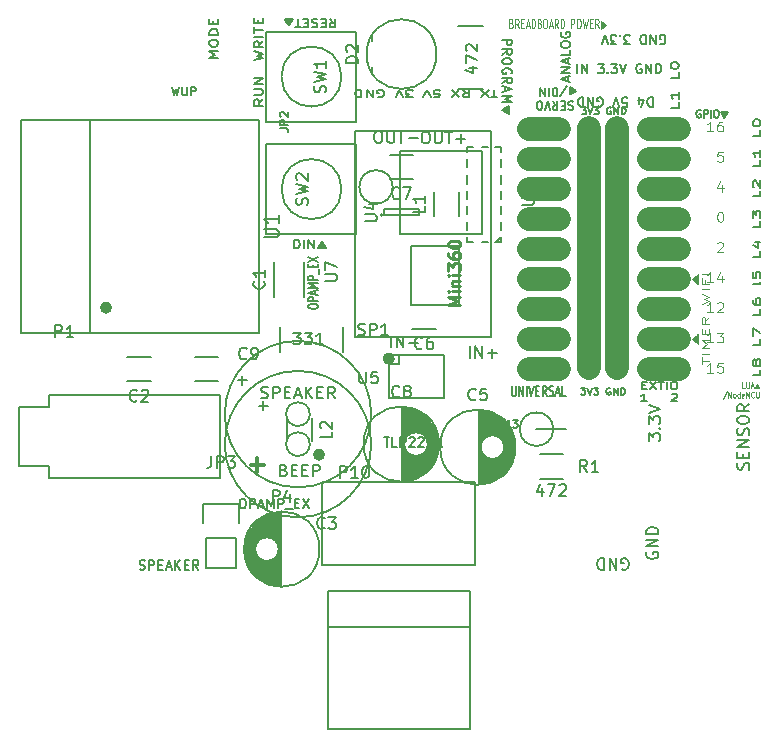
<source format=gbr>
G04 #@! TF.FileFunction,Legend,Top*
%FSLAX46Y46*%
G04 Gerber Fmt 4.6, Leading zero omitted, Abs format (unit mm)*
G04 Created by KiCad (PCBNEW 4.0.2+dfsg1-stable) date 2016年08月16日 15時24分34秒*
%MOMM*%
G01*
G04 APERTURE LIST*
%ADD10C,0.100000*%
%ADD11C,0.175000*%
%ADD12C,0.200000*%
%ADD13C,0.150000*%
%ADD14C,0.500000*%
%ADD15C,0.125000*%
%ADD16C,2.000000*%
%ADD17C,0.250000*%
%ADD18C,0.300000*%
%ADD19C,0.170000*%
G04 APERTURE END LIST*
D10*
D11*
X150323715Y-98995667D02*
X150323715Y-98295667D01*
X150514191Y-98295667D01*
X150628477Y-98329000D01*
X150704668Y-98395667D01*
X150742763Y-98462333D01*
X150780858Y-98595667D01*
X150780858Y-98695667D01*
X150742763Y-98829000D01*
X150704668Y-98895667D01*
X150628477Y-98962333D01*
X150514191Y-98995667D01*
X150323715Y-98995667D01*
X151123715Y-98995667D02*
X151123715Y-98295667D01*
X151504667Y-98995667D02*
X151504667Y-98295667D01*
X151961810Y-98995667D01*
X151961810Y-98295667D01*
X152342762Y-98962333D02*
X152342762Y-98995667D01*
X152380857Y-98895667D02*
X152380857Y-98995667D01*
X152418953Y-98829000D02*
X152418953Y-98995667D01*
X152457048Y-98762333D02*
X152457048Y-98995667D01*
X152495143Y-98729000D02*
X152495143Y-98995667D01*
X152533238Y-98662333D02*
X152533238Y-98995667D01*
X152571334Y-98595667D02*
X152571334Y-98995667D01*
X152609429Y-98529000D02*
X152609429Y-98995667D01*
X152647524Y-98462333D02*
X152647524Y-98995667D01*
X152685619Y-98529000D02*
X152685619Y-98995667D01*
X152723715Y-98595667D02*
X152723715Y-98995667D01*
X152761810Y-98662333D02*
X152761810Y-98995667D01*
X152799905Y-98729000D02*
X152799905Y-98995667D01*
X152838000Y-98762333D02*
X152838000Y-98995667D01*
X152876096Y-98829000D02*
X152876096Y-98995667D01*
X152914191Y-98895667D02*
X152914191Y-98995667D01*
X152952286Y-98995667D02*
X152647524Y-98495667D01*
X152342762Y-98995667D01*
X152952286Y-98962333D02*
X152952286Y-98995667D01*
X152647524Y-98462333D02*
X152990381Y-98995667D01*
X152304667Y-98995667D01*
X152647524Y-98462333D01*
D12*
X145866190Y-120211905D02*
X146018571Y-120211905D01*
X146094762Y-120250000D01*
X146170952Y-120326190D01*
X146209047Y-120478571D01*
X146209047Y-120745238D01*
X146170952Y-120897619D01*
X146094762Y-120973810D01*
X146018571Y-121011905D01*
X145866190Y-121011905D01*
X145790000Y-120973810D01*
X145713809Y-120897619D01*
X145675714Y-120745238D01*
X145675714Y-120478571D01*
X145713809Y-120326190D01*
X145790000Y-120250000D01*
X145866190Y-120211905D01*
X146551904Y-121011905D02*
X146551904Y-120211905D01*
X146856666Y-120211905D01*
X146932857Y-120250000D01*
X146970952Y-120288095D01*
X147009047Y-120364286D01*
X147009047Y-120478571D01*
X146970952Y-120554762D01*
X146932857Y-120592857D01*
X146856666Y-120630952D01*
X146551904Y-120630952D01*
X147313809Y-120783333D02*
X147694761Y-120783333D01*
X147237618Y-121011905D02*
X147504285Y-120211905D01*
X147770952Y-121011905D01*
X148037618Y-121011905D02*
X148037618Y-120211905D01*
X148304285Y-120783333D01*
X148570952Y-120211905D01*
X148570952Y-121011905D01*
X148951904Y-121011905D02*
X148951904Y-120211905D01*
X149256666Y-120211905D01*
X149332857Y-120250000D01*
X149370952Y-120288095D01*
X149409047Y-120364286D01*
X149409047Y-120478571D01*
X149370952Y-120554762D01*
X149332857Y-120592857D01*
X149256666Y-120630952D01*
X148951904Y-120630952D01*
X149561428Y-121088095D02*
X150170952Y-121088095D01*
X150361428Y-120592857D02*
X150628095Y-120592857D01*
X150742381Y-121011905D02*
X150361428Y-121011905D01*
X150361428Y-120211905D01*
X150742381Y-120211905D01*
X151009048Y-120211905D02*
X151542381Y-121011905D01*
X151542381Y-120211905D02*
X151009048Y-121011905D01*
X150225286Y-106132381D02*
X150844334Y-106132381D01*
X150511000Y-106513333D01*
X150653858Y-106513333D01*
X150749096Y-106560952D01*
X150796715Y-106608571D01*
X150844334Y-106703810D01*
X150844334Y-106941905D01*
X150796715Y-107037143D01*
X150749096Y-107084762D01*
X150653858Y-107132381D01*
X150368143Y-107132381D01*
X150272905Y-107084762D01*
X150225286Y-107037143D01*
X151177667Y-106132381D02*
X151796715Y-106132381D01*
X151463381Y-106513333D01*
X151606239Y-106513333D01*
X151701477Y-106560952D01*
X151749096Y-106608571D01*
X151796715Y-106703810D01*
X151796715Y-106941905D01*
X151749096Y-107037143D01*
X151701477Y-107084762D01*
X151606239Y-107132381D01*
X151320524Y-107132381D01*
X151225286Y-107084762D01*
X151177667Y-107037143D01*
X152749096Y-107132381D02*
X152177667Y-107132381D01*
X152463381Y-107132381D02*
X152463381Y-106132381D01*
X152368143Y-106275238D01*
X152272905Y-106370476D01*
X152177667Y-106418095D01*
X171323096Y-119292714D02*
X171323096Y-119959381D01*
X171085000Y-118911762D02*
X170846905Y-119626048D01*
X171465953Y-119626048D01*
X171751667Y-118959381D02*
X172418334Y-118959381D01*
X171989762Y-119959381D01*
X172751667Y-119054619D02*
X172799286Y-119007000D01*
X172894524Y-118959381D01*
X173132620Y-118959381D01*
X173227858Y-119007000D01*
X173275477Y-119054619D01*
X173323096Y-119149857D01*
X173323096Y-119245095D01*
X173275477Y-119387952D01*
X172704048Y-119959381D01*
X173323096Y-119959381D01*
X165139714Y-83692904D02*
X165806381Y-83692904D01*
X164758762Y-83931000D02*
X165473048Y-84169095D01*
X165473048Y-83550047D01*
X164806381Y-83264333D02*
X164806381Y-82597666D01*
X165806381Y-83026238D01*
X164901619Y-82264333D02*
X164854000Y-82216714D01*
X164806381Y-82121476D01*
X164806381Y-81883380D01*
X164854000Y-81788142D01*
X164901619Y-81740523D01*
X164996857Y-81692904D01*
X165092095Y-81692904D01*
X165234952Y-81740523D01*
X165806381Y-82311952D01*
X165806381Y-81692904D01*
D13*
X184702572Y-87280000D02*
X184645429Y-87246667D01*
X184559715Y-87246667D01*
X184474000Y-87280000D01*
X184416858Y-87346667D01*
X184388286Y-87413333D01*
X184359715Y-87546667D01*
X184359715Y-87646667D01*
X184388286Y-87780000D01*
X184416858Y-87846667D01*
X184474000Y-87913333D01*
X184559715Y-87946667D01*
X184616858Y-87946667D01*
X184702572Y-87913333D01*
X184731143Y-87880000D01*
X184731143Y-87646667D01*
X184616858Y-87646667D01*
X184988286Y-87946667D02*
X184988286Y-87246667D01*
X185216858Y-87246667D01*
X185274000Y-87280000D01*
X185302572Y-87313333D01*
X185331143Y-87380000D01*
X185331143Y-87480000D01*
X185302572Y-87546667D01*
X185274000Y-87580000D01*
X185216858Y-87613333D01*
X184988286Y-87613333D01*
X185588286Y-87946667D02*
X185588286Y-87246667D01*
X185988286Y-87246667D02*
X186102572Y-87246667D01*
X186159714Y-87280000D01*
X186216857Y-87346667D01*
X186245429Y-87480000D01*
X186245429Y-87713333D01*
X186216857Y-87846667D01*
X186159714Y-87913333D01*
X186102572Y-87946667D01*
X185988286Y-87946667D01*
X185931143Y-87913333D01*
X185874000Y-87846667D01*
X185845429Y-87713333D01*
X185845429Y-87480000D01*
X185874000Y-87346667D01*
X185931143Y-87280000D01*
X185988286Y-87246667D01*
X186959714Y-87446667D02*
X186959714Y-87413333D01*
X186931143Y-87513333D02*
X186931143Y-87413333D01*
X186902571Y-87580000D02*
X186902571Y-87413333D01*
X186874000Y-87646667D02*
X186874000Y-87413333D01*
X186845428Y-87680000D02*
X186845428Y-87413333D01*
X186816857Y-87746667D02*
X186816857Y-87413333D01*
X186788285Y-87813333D02*
X186788285Y-87413333D01*
X186759714Y-87880000D02*
X186759714Y-87413333D01*
X186731143Y-87946667D02*
X186731143Y-87413333D01*
X186702571Y-87880000D02*
X186702571Y-87413333D01*
X186674000Y-87813333D02*
X186674000Y-87413333D01*
X186645428Y-87746667D02*
X186645428Y-87413333D01*
X186616857Y-87680000D02*
X186616857Y-87413333D01*
X186588285Y-87646667D02*
X186588285Y-87413333D01*
X186559714Y-87580000D02*
X186559714Y-87413333D01*
X186531143Y-87513333D02*
X186531143Y-87413333D01*
X186502571Y-87413333D02*
X186731143Y-87913333D01*
X186959714Y-87413333D01*
X186502571Y-87446667D02*
X186502571Y-87413333D01*
X186731143Y-87946667D02*
X186474000Y-87413333D01*
X186988285Y-87413333D01*
X186731143Y-87946667D01*
X189755429Y-109262002D02*
X189755429Y-109747716D01*
X189155429Y-109747716D01*
X189412571Y-108776288D02*
X189384000Y-108873430D01*
X189355429Y-108922002D01*
X189298286Y-108970573D01*
X189269714Y-108970573D01*
X189212571Y-108922002D01*
X189184000Y-108873430D01*
X189155429Y-108776288D01*
X189155429Y-108582002D01*
X189184000Y-108484859D01*
X189212571Y-108436288D01*
X189269714Y-108387716D01*
X189298286Y-108387716D01*
X189355429Y-108436288D01*
X189384000Y-108484859D01*
X189412571Y-108582002D01*
X189412571Y-108776288D01*
X189441143Y-108873430D01*
X189469714Y-108922002D01*
X189526857Y-108970573D01*
X189641143Y-108970573D01*
X189698286Y-108922002D01*
X189726857Y-108873430D01*
X189755429Y-108776288D01*
X189755429Y-108582002D01*
X189726857Y-108484859D01*
X189698286Y-108436288D01*
X189641143Y-108387716D01*
X189526857Y-108387716D01*
X189469714Y-108436288D01*
X189441143Y-108484859D01*
X189412571Y-108582002D01*
X189755429Y-106687716D02*
X189755429Y-107173430D01*
X189155429Y-107173430D01*
X189155429Y-106444859D02*
X189155429Y-105764859D01*
X189755429Y-106202002D01*
X189755429Y-104113430D02*
X189755429Y-104599144D01*
X189155429Y-104599144D01*
X189155429Y-103336287D02*
X189155429Y-103530573D01*
X189184000Y-103627716D01*
X189212571Y-103676287D01*
X189298286Y-103773430D01*
X189412571Y-103822001D01*
X189641143Y-103822001D01*
X189698286Y-103773430D01*
X189726857Y-103724858D01*
X189755429Y-103627716D01*
X189755429Y-103433430D01*
X189726857Y-103336287D01*
X189698286Y-103287716D01*
X189641143Y-103239144D01*
X189498286Y-103239144D01*
X189441143Y-103287716D01*
X189412571Y-103336287D01*
X189384000Y-103433430D01*
X189384000Y-103627716D01*
X189412571Y-103724858D01*
X189441143Y-103773430D01*
X189498286Y-103822001D01*
X189755429Y-101879144D02*
X189726857Y-101976286D01*
X189669714Y-102024858D01*
X189155429Y-102024858D01*
X189155429Y-101004858D02*
X189155429Y-101490572D01*
X189441143Y-101539143D01*
X189412571Y-101490572D01*
X189384000Y-101393429D01*
X189384000Y-101150572D01*
X189412571Y-101053429D01*
X189441143Y-101004858D01*
X189498286Y-100956286D01*
X189641143Y-100956286D01*
X189698286Y-101004858D01*
X189726857Y-101053429D01*
X189755429Y-101150572D01*
X189755429Y-101393429D01*
X189726857Y-101490572D01*
X189698286Y-101539143D01*
X189755429Y-99256286D02*
X189755429Y-99742000D01*
X189155429Y-99742000D01*
X189355429Y-98479143D02*
X189755429Y-98479143D01*
X189126857Y-98722000D02*
X189555429Y-98964857D01*
X189555429Y-98333429D01*
X189755429Y-96682000D02*
X189755429Y-97167714D01*
X189155429Y-97167714D01*
X189155429Y-96439143D02*
X189155429Y-95807714D01*
X189384000Y-96147714D01*
X189384000Y-96002000D01*
X189412571Y-95904857D01*
X189441143Y-95856286D01*
X189498286Y-95807714D01*
X189641143Y-95807714D01*
X189698286Y-95856286D01*
X189726857Y-95904857D01*
X189755429Y-96002000D01*
X189755429Y-96293428D01*
X189726857Y-96390571D01*
X189698286Y-96439143D01*
X189755429Y-94107714D02*
X189755429Y-94593428D01*
X189155429Y-94593428D01*
X189212571Y-93816285D02*
X189184000Y-93767714D01*
X189155429Y-93670571D01*
X189155429Y-93427714D01*
X189184000Y-93330571D01*
X189212571Y-93282000D01*
X189269714Y-93233428D01*
X189326857Y-93233428D01*
X189412571Y-93282000D01*
X189755429Y-93864857D01*
X189755429Y-93233428D01*
X189755429Y-91533428D02*
X189755429Y-92019142D01*
X189155429Y-92019142D01*
X189755429Y-90659142D02*
X189755429Y-91241999D01*
X189755429Y-90950571D02*
X189155429Y-90950571D01*
X189241143Y-91047714D01*
X189298286Y-91144856D01*
X189326857Y-91241999D01*
X189755429Y-88959142D02*
X189755429Y-89444856D01*
X189155429Y-89444856D01*
X189155429Y-88424856D02*
X189155429Y-88327713D01*
X189184000Y-88230570D01*
X189212571Y-88181999D01*
X189269714Y-88133428D01*
X189384000Y-88084856D01*
X189526857Y-88084856D01*
X189641143Y-88133428D01*
X189698286Y-88181999D01*
X189726857Y-88230570D01*
X189755429Y-88327713D01*
X189755429Y-88424856D01*
X189726857Y-88521999D01*
X189698286Y-88570570D01*
X189641143Y-88619142D01*
X189526857Y-88667713D01*
X189384000Y-88667713D01*
X189269714Y-88619142D01*
X189212571Y-88570570D01*
X189184000Y-88521999D01*
X189155429Y-88424856D01*
D12*
X180170200Y-124713904D02*
X180122581Y-124809142D01*
X180122581Y-124951999D01*
X180170200Y-125094857D01*
X180265438Y-125190095D01*
X180360676Y-125237714D01*
X180551152Y-125285333D01*
X180694010Y-125285333D01*
X180884486Y-125237714D01*
X180979724Y-125190095D01*
X181074962Y-125094857D01*
X181122581Y-124951999D01*
X181122581Y-124856761D01*
X181074962Y-124713904D01*
X181027343Y-124666285D01*
X180694010Y-124666285D01*
X180694010Y-124856761D01*
X181122581Y-124237714D02*
X180122581Y-124237714D01*
X181122581Y-123666285D01*
X180122581Y-123666285D01*
X181122581Y-123190095D02*
X180122581Y-123190095D01*
X180122581Y-122952000D01*
X180170200Y-122809142D01*
X180265438Y-122713904D01*
X180360676Y-122666285D01*
X180551152Y-122618666D01*
X180694010Y-122618666D01*
X180884486Y-122666285D01*
X180979724Y-122713904D01*
X181074962Y-122809142D01*
X181122581Y-122952000D01*
X181122581Y-123190095D01*
D11*
X173923133Y-86577967D02*
X173823133Y-86544633D01*
X173656466Y-86544633D01*
X173589799Y-86577967D01*
X173556466Y-86611300D01*
X173523133Y-86677967D01*
X173523133Y-86744633D01*
X173556466Y-86811300D01*
X173589799Y-86844633D01*
X173656466Y-86877967D01*
X173789799Y-86911300D01*
X173856466Y-86944633D01*
X173889799Y-86977967D01*
X173923133Y-87044633D01*
X173923133Y-87111300D01*
X173889799Y-87177967D01*
X173856466Y-87211300D01*
X173789799Y-87244633D01*
X173623133Y-87244633D01*
X173523133Y-87211300D01*
X173223132Y-86911300D02*
X172989799Y-86911300D01*
X172889799Y-86544633D02*
X173223132Y-86544633D01*
X173223132Y-87244633D01*
X172889799Y-87244633D01*
X172189799Y-86544633D02*
X172423133Y-86877967D01*
X172589799Y-86544633D02*
X172589799Y-87244633D01*
X172323133Y-87244633D01*
X172256466Y-87211300D01*
X172223133Y-87177967D01*
X172189799Y-87111300D01*
X172189799Y-87011300D01*
X172223133Y-86944633D01*
X172256466Y-86911300D01*
X172323133Y-86877967D01*
X172589799Y-86877967D01*
X171989799Y-87244633D02*
X171756466Y-86544633D01*
X171523133Y-87244633D01*
X171156466Y-87244633D02*
X171023133Y-87244633D01*
X170956466Y-87211300D01*
X170889799Y-87144633D01*
X170856466Y-87011300D01*
X170856466Y-86777967D01*
X170889799Y-86644633D01*
X170956466Y-86577967D01*
X171023133Y-86544633D01*
X171156466Y-86544633D01*
X171223133Y-86577967D01*
X171289799Y-86644633D01*
X171323133Y-86777967D01*
X171323133Y-87011300D01*
X171289799Y-87144633D01*
X171223133Y-87211300D01*
X171156466Y-87244633D01*
X173673132Y-85389633D02*
X173673132Y-85922967D01*
X173706466Y-85422967D02*
X173706466Y-85889633D01*
X173739799Y-85422967D02*
X173739799Y-85889633D01*
X173773132Y-85456300D02*
X173773132Y-85856300D01*
X173806466Y-85456300D02*
X173806466Y-85856300D01*
X173839799Y-85489633D02*
X173839799Y-85822967D01*
X173873132Y-85489633D02*
X173873132Y-85822967D01*
X173906466Y-85522967D02*
X173906466Y-85789633D01*
X173939799Y-85556300D02*
X173939799Y-85756300D01*
X173973132Y-85556300D02*
X173973132Y-85756300D01*
X174006466Y-85589633D02*
X174006466Y-85722967D01*
X174039799Y-85589633D02*
X174039799Y-85722967D01*
X174073132Y-85656300D02*
X174106466Y-85656300D01*
X174073132Y-85622967D02*
X174073132Y-85689633D01*
X173639799Y-85389633D02*
X174139799Y-85656300D01*
X173639799Y-85922967D01*
X174173132Y-85656300D02*
X173639799Y-85956300D01*
X173639799Y-85356300D01*
X174173132Y-85656300D01*
X172806465Y-86122967D02*
X173406465Y-85222967D01*
X172573132Y-85389633D02*
X172573132Y-86089633D01*
X172406466Y-86089633D01*
X172306466Y-86056300D01*
X172239799Y-85989633D01*
X172206466Y-85922967D01*
X172173132Y-85789633D01*
X172173132Y-85689633D01*
X172206466Y-85556300D01*
X172239799Y-85489633D01*
X172306466Y-85422967D01*
X172406466Y-85389633D01*
X172573132Y-85389633D01*
X171873132Y-85389633D02*
X171873132Y-86089633D01*
X171539799Y-85389633D02*
X171539799Y-86089633D01*
X171139799Y-85389633D01*
X171139799Y-86089633D01*
X143826667Y-82908571D02*
X143126667Y-82908571D01*
X143626667Y-82608571D01*
X143126667Y-82308571D01*
X143826667Y-82308571D01*
X143126667Y-81708572D02*
X143126667Y-81537143D01*
X143160000Y-81451429D01*
X143226667Y-81365715D01*
X143360000Y-81322857D01*
X143593333Y-81322857D01*
X143726667Y-81365715D01*
X143793333Y-81451429D01*
X143826667Y-81537143D01*
X143826667Y-81708572D01*
X143793333Y-81794286D01*
X143726667Y-81880000D01*
X143593333Y-81922857D01*
X143360000Y-81922857D01*
X143226667Y-81880000D01*
X143160000Y-81794286D01*
X143126667Y-81708572D01*
X143826667Y-80937143D02*
X143126667Y-80937143D01*
X143126667Y-80722858D01*
X143160000Y-80594286D01*
X143226667Y-80508572D01*
X143293333Y-80465715D01*
X143426667Y-80422858D01*
X143526667Y-80422858D01*
X143660000Y-80465715D01*
X143726667Y-80508572D01*
X143793333Y-80594286D01*
X143826667Y-80722858D01*
X143826667Y-80937143D01*
X143460000Y-80037143D02*
X143460000Y-79737143D01*
X143826667Y-79608572D02*
X143826667Y-80037143D01*
X143126667Y-80037143D01*
X143126667Y-79608572D01*
D12*
X173462933Y-84848437D02*
X173462933Y-84467485D01*
X173691505Y-84924628D02*
X172891505Y-84657961D01*
X173691505Y-84391294D01*
X173691505Y-84124628D02*
X172891505Y-84124628D01*
X173691505Y-83667485D01*
X172891505Y-83667485D01*
X173462933Y-83324628D02*
X173462933Y-82943676D01*
X173691505Y-83400819D02*
X172891505Y-83134152D01*
X173691505Y-82867485D01*
X173691505Y-82219866D02*
X173691505Y-82600819D01*
X172891505Y-82600819D01*
X172891505Y-81800819D02*
X172891505Y-81648438D01*
X172929600Y-81572247D01*
X173005790Y-81496057D01*
X173158171Y-81457962D01*
X173424838Y-81457962D01*
X173577219Y-81496057D01*
X173653410Y-81572247D01*
X173691505Y-81648438D01*
X173691505Y-81800819D01*
X173653410Y-81877009D01*
X173577219Y-81953200D01*
X173424838Y-81991295D01*
X173158171Y-81991295D01*
X173005790Y-81953200D01*
X172929600Y-81877009D01*
X172891505Y-81800819D01*
X172929600Y-80696057D02*
X172891505Y-80772248D01*
X172891505Y-80886533D01*
X172929600Y-81000819D01*
X173005790Y-81077010D01*
X173081981Y-81115105D01*
X173234362Y-81153200D01*
X173348648Y-81153200D01*
X173501029Y-81115105D01*
X173577219Y-81077010D01*
X173653410Y-81000819D01*
X173691505Y-80886533D01*
X173691505Y-80810343D01*
X173653410Y-80696057D01*
X173615314Y-80657962D01*
X173348648Y-80657962D01*
X173348648Y-80810343D01*
D13*
X174629656Y-87047429D02*
X175001085Y-87047429D01*
X174801085Y-87276000D01*
X174886799Y-87276000D01*
X174943942Y-87304571D01*
X174972513Y-87333143D01*
X175001085Y-87390286D01*
X175001085Y-87533143D01*
X174972513Y-87590286D01*
X174943942Y-87618857D01*
X174886799Y-87647429D01*
X174715371Y-87647429D01*
X174658228Y-87618857D01*
X174629656Y-87590286D01*
X175172514Y-87047429D02*
X175372514Y-87647429D01*
X175572514Y-87047429D01*
X175715371Y-87047429D02*
X176086800Y-87047429D01*
X175886800Y-87276000D01*
X175972514Y-87276000D01*
X176029657Y-87304571D01*
X176058228Y-87333143D01*
X176086800Y-87390286D01*
X176086800Y-87533143D01*
X176058228Y-87590286D01*
X176029657Y-87618857D01*
X175972514Y-87647429D01*
X175801086Y-87647429D01*
X175743943Y-87618857D01*
X175715371Y-87590286D01*
X177115372Y-87076000D02*
X177058229Y-87047429D01*
X176972515Y-87047429D01*
X176886800Y-87076000D01*
X176829658Y-87133143D01*
X176801086Y-87190286D01*
X176772515Y-87304571D01*
X176772515Y-87390286D01*
X176801086Y-87504571D01*
X176829658Y-87561714D01*
X176886800Y-87618857D01*
X176972515Y-87647429D01*
X177029658Y-87647429D01*
X177115372Y-87618857D01*
X177143943Y-87590286D01*
X177143943Y-87390286D01*
X177029658Y-87390286D01*
X177401086Y-87647429D02*
X177401086Y-87047429D01*
X177743943Y-87647429D01*
X177743943Y-87047429D01*
X178029657Y-87647429D02*
X178029657Y-87047429D01*
X178172514Y-87047429D01*
X178258229Y-87076000D01*
X178315371Y-87133143D01*
X178343943Y-87190286D01*
X178372514Y-87304571D01*
X178372514Y-87390286D01*
X178343943Y-87504571D01*
X178315371Y-87561714D01*
X178258229Y-87618857D01*
X178172514Y-87647429D01*
X178029657Y-87647429D01*
D10*
X188442761Y-110824190D02*
X188252285Y-110824190D01*
X188252285Y-110324190D01*
X188576095Y-110324190D02*
X188576095Y-110728952D01*
X188595143Y-110776571D01*
X188614190Y-110800381D01*
X188652286Y-110824190D01*
X188728476Y-110824190D01*
X188766571Y-110800381D01*
X188785619Y-110776571D01*
X188804667Y-110728952D01*
X188804667Y-110324190D01*
X188976095Y-110681333D02*
X189166572Y-110681333D01*
X188938000Y-110824190D02*
X189071334Y-110324190D01*
X189204667Y-110824190D01*
X189338000Y-110800381D02*
X189338000Y-110824190D01*
X189357048Y-110752762D02*
X189357048Y-110824190D01*
X189376095Y-110705143D02*
X189376095Y-110824190D01*
X189395143Y-110657524D02*
X189395143Y-110824190D01*
X189414191Y-110633714D02*
X189414191Y-110824190D01*
X189433238Y-110586095D02*
X189433238Y-110824190D01*
X189452286Y-110538476D02*
X189452286Y-110824190D01*
X189471333Y-110490857D02*
X189471333Y-110824190D01*
X189490381Y-110443238D02*
X189490381Y-110824190D01*
X189509429Y-110490857D02*
X189509429Y-110824190D01*
X189528476Y-110538476D02*
X189528476Y-110824190D01*
X189547524Y-110586095D02*
X189547524Y-110824190D01*
X189566572Y-110633714D02*
X189566572Y-110824190D01*
X189585619Y-110657524D02*
X189585619Y-110824190D01*
X189604667Y-110705143D02*
X189604667Y-110824190D01*
X189623714Y-110752762D02*
X189623714Y-110824190D01*
X189642762Y-110824190D02*
X189490381Y-110467048D01*
X189338000Y-110824190D01*
X189642762Y-110800381D02*
X189642762Y-110824190D01*
X189490381Y-110443238D02*
X189661810Y-110824190D01*
X189318952Y-110824190D01*
X189490381Y-110443238D01*
X186937998Y-111100381D02*
X186595141Y-111743238D01*
X187071332Y-111624190D02*
X187071332Y-111124190D01*
X187299904Y-111624190D01*
X187299904Y-111124190D01*
X187547523Y-111624190D02*
X187509428Y-111600381D01*
X187490380Y-111576571D01*
X187471332Y-111528952D01*
X187471332Y-111386095D01*
X187490380Y-111338476D01*
X187509428Y-111314667D01*
X187547523Y-111290857D01*
X187604666Y-111290857D01*
X187642761Y-111314667D01*
X187661809Y-111338476D01*
X187680856Y-111386095D01*
X187680856Y-111528952D01*
X187661809Y-111576571D01*
X187642761Y-111600381D01*
X187604666Y-111624190D01*
X187547523Y-111624190D01*
X188023714Y-111624190D02*
X188023714Y-111124190D01*
X188023714Y-111600381D02*
X187985618Y-111624190D01*
X187909428Y-111624190D01*
X187871333Y-111600381D01*
X187852285Y-111576571D01*
X187833237Y-111528952D01*
X187833237Y-111386095D01*
X187852285Y-111338476D01*
X187871333Y-111314667D01*
X187909428Y-111290857D01*
X187985618Y-111290857D01*
X188023714Y-111314667D01*
X188366571Y-111600381D02*
X188328476Y-111624190D01*
X188252285Y-111624190D01*
X188214190Y-111600381D01*
X188195142Y-111552762D01*
X188195142Y-111362286D01*
X188214190Y-111314667D01*
X188252285Y-111290857D01*
X188328476Y-111290857D01*
X188366571Y-111314667D01*
X188385619Y-111362286D01*
X188385619Y-111409905D01*
X188195142Y-111457524D01*
X188557047Y-111624190D02*
X188557047Y-111124190D01*
X188690380Y-111481333D01*
X188823714Y-111124190D01*
X188823714Y-111624190D01*
X189242762Y-111576571D02*
X189223714Y-111600381D01*
X189166571Y-111624190D01*
X189128476Y-111624190D01*
X189071333Y-111600381D01*
X189033238Y-111552762D01*
X189014190Y-111505143D01*
X188995142Y-111409905D01*
X188995142Y-111338476D01*
X189014190Y-111243238D01*
X189033238Y-111195619D01*
X189071333Y-111148000D01*
X189128476Y-111124190D01*
X189166571Y-111124190D01*
X189223714Y-111148000D01*
X189242762Y-111171810D01*
X189414190Y-111124190D02*
X189414190Y-111528952D01*
X189433238Y-111576571D01*
X189452285Y-111600381D01*
X189490381Y-111624190D01*
X189566571Y-111624190D01*
X189604666Y-111600381D01*
X189623714Y-111576571D01*
X189642762Y-111528952D01*
X189642762Y-111124190D01*
X185788428Y-89102000D02*
X185274143Y-89102000D01*
X185531285Y-89102000D02*
X185531285Y-88262000D01*
X185445571Y-88382000D01*
X185359857Y-88462000D01*
X185274143Y-88502000D01*
X186559857Y-88262000D02*
X186388428Y-88262000D01*
X186302714Y-88302000D01*
X186259857Y-88342000D01*
X186174143Y-88462000D01*
X186131286Y-88622000D01*
X186131286Y-88942000D01*
X186174143Y-89022000D01*
X186217000Y-89062000D01*
X186302714Y-89102000D01*
X186474143Y-89102000D01*
X186559857Y-89062000D01*
X186602714Y-89022000D01*
X186645571Y-88942000D01*
X186645571Y-88742000D01*
X186602714Y-88662000D01*
X186559857Y-88622000D01*
X186474143Y-88582000D01*
X186302714Y-88582000D01*
X186217000Y-88622000D01*
X186174143Y-88662000D01*
X186131286Y-88742000D01*
X186602714Y-90814000D02*
X186174143Y-90814000D01*
X186131286Y-91214000D01*
X186174143Y-91174000D01*
X186259857Y-91134000D01*
X186474143Y-91134000D01*
X186559857Y-91174000D01*
X186602714Y-91214000D01*
X186645571Y-91294000D01*
X186645571Y-91494000D01*
X186602714Y-91574000D01*
X186559857Y-91614000D01*
X186474143Y-91654000D01*
X186259857Y-91654000D01*
X186174143Y-91614000D01*
X186131286Y-91574000D01*
X186559857Y-93646000D02*
X186559857Y-94206000D01*
X186345571Y-93326000D02*
X186131286Y-93926000D01*
X186688428Y-93926000D01*
X186345571Y-95918000D02*
X186431286Y-95918000D01*
X186517000Y-95958000D01*
X186559857Y-95998000D01*
X186602714Y-96078000D01*
X186645571Y-96238000D01*
X186645571Y-96438000D01*
X186602714Y-96598000D01*
X186559857Y-96678000D01*
X186517000Y-96718000D01*
X186431286Y-96758000D01*
X186345571Y-96758000D01*
X186259857Y-96718000D01*
X186217000Y-96678000D01*
X186174143Y-96598000D01*
X186131286Y-96438000D01*
X186131286Y-96238000D01*
X186174143Y-96078000D01*
X186217000Y-95998000D01*
X186259857Y-95958000D01*
X186345571Y-95918000D01*
X186131286Y-98550000D02*
X186174143Y-98510000D01*
X186259857Y-98470000D01*
X186474143Y-98470000D01*
X186559857Y-98510000D01*
X186602714Y-98550000D01*
X186645571Y-98630000D01*
X186645571Y-98710000D01*
X186602714Y-98830000D01*
X186088428Y-99310000D01*
X186645571Y-99310000D01*
X185788428Y-101862000D02*
X185274143Y-101862000D01*
X185531285Y-101862000D02*
X185531285Y-101022000D01*
X185445571Y-101142000D01*
X185359857Y-101222000D01*
X185274143Y-101262000D01*
X186559857Y-101302000D02*
X186559857Y-101862000D01*
X186345571Y-100982000D02*
X186131286Y-101582000D01*
X186688428Y-101582000D01*
X185788428Y-104414000D02*
X185274143Y-104414000D01*
X185531285Y-104414000D02*
X185531285Y-103574000D01*
X185445571Y-103694000D01*
X185359857Y-103774000D01*
X185274143Y-103814000D01*
X186131286Y-103654000D02*
X186174143Y-103614000D01*
X186259857Y-103574000D01*
X186474143Y-103574000D01*
X186559857Y-103614000D01*
X186602714Y-103654000D01*
X186645571Y-103734000D01*
X186645571Y-103814000D01*
X186602714Y-103934000D01*
X186088428Y-104414000D01*
X186645571Y-104414000D01*
X185788428Y-106966000D02*
X185274143Y-106966000D01*
X185531285Y-106966000D02*
X185531285Y-106126000D01*
X185445571Y-106246000D01*
X185359857Y-106326000D01*
X185274143Y-106366000D01*
X186088428Y-106126000D02*
X186645571Y-106126000D01*
X186345571Y-106446000D01*
X186474143Y-106446000D01*
X186559857Y-106486000D01*
X186602714Y-106526000D01*
X186645571Y-106606000D01*
X186645571Y-106806000D01*
X186602714Y-106886000D01*
X186559857Y-106926000D01*
X186474143Y-106966000D01*
X186217000Y-106966000D01*
X186131286Y-106926000D01*
X186088428Y-106886000D01*
X185788428Y-109518000D02*
X185274143Y-109518000D01*
X185531285Y-109518000D02*
X185531285Y-108678000D01*
X185445571Y-108798000D01*
X185359857Y-108878000D01*
X185274143Y-108918000D01*
X186602714Y-108678000D02*
X186174143Y-108678000D01*
X186131286Y-109078000D01*
X186174143Y-109038000D01*
X186259857Y-108998000D01*
X186474143Y-108998000D01*
X186559857Y-109038000D01*
X186602714Y-109078000D01*
X186645571Y-109158000D01*
X186645571Y-109358000D01*
X186602714Y-109438000D01*
X186559857Y-109478000D01*
X186474143Y-109518000D01*
X186259857Y-109518000D01*
X186174143Y-109478000D01*
X186131286Y-109438000D01*
D14*
X158574000Y-108331000D02*
G75*
G03X158574000Y-108331000I-268000J0D01*
G01*
D10*
X184430857Y-107044857D02*
X184459429Y-107044857D01*
X184373714Y-106997238D02*
X184459429Y-106997238D01*
X184316571Y-106949619D02*
X184459429Y-106949619D01*
X184259429Y-106902000D02*
X184459429Y-106902000D01*
X184230857Y-106854381D02*
X184459429Y-106854381D01*
X184173714Y-106806762D02*
X184459429Y-106806762D01*
X184116571Y-106759142D02*
X184459429Y-106759142D01*
X184059429Y-106711523D02*
X184459429Y-106711523D01*
X184002286Y-106663904D02*
X184459429Y-106663904D01*
X184059429Y-106616285D02*
X184459429Y-106616285D01*
X184116571Y-106568666D02*
X184459429Y-106568666D01*
X184173714Y-106521047D02*
X184459429Y-106521047D01*
X184230857Y-106473428D02*
X184459429Y-106473428D01*
X184259429Y-106425809D02*
X184459429Y-106425809D01*
X184316571Y-106378190D02*
X184459429Y-106378190D01*
X184373714Y-106330571D02*
X184459429Y-106330571D01*
X184459429Y-106282952D02*
X184030857Y-106663904D01*
X184459429Y-107044857D01*
X184430857Y-106282952D02*
X184459429Y-106282952D01*
X184002286Y-106663904D02*
X184459429Y-106235333D01*
X184459429Y-107092476D01*
X184002286Y-106663904D01*
X184430857Y-101997237D02*
X184459429Y-101997237D01*
X184373714Y-101949618D02*
X184459429Y-101949618D01*
X184316571Y-101901999D02*
X184459429Y-101901999D01*
X184259429Y-101854380D02*
X184459429Y-101854380D01*
X184230857Y-101806761D02*
X184459429Y-101806761D01*
X184173714Y-101759142D02*
X184459429Y-101759142D01*
X184116571Y-101711522D02*
X184459429Y-101711522D01*
X184059429Y-101663903D02*
X184459429Y-101663903D01*
X184002286Y-101616284D02*
X184459429Y-101616284D01*
X184059429Y-101568665D02*
X184459429Y-101568665D01*
X184116571Y-101521046D02*
X184459429Y-101521046D01*
X184173714Y-101473427D02*
X184459429Y-101473427D01*
X184230857Y-101425808D02*
X184459429Y-101425808D01*
X184259429Y-101378189D02*
X184459429Y-101378189D01*
X184316571Y-101330570D02*
X184459429Y-101330570D01*
X184373714Y-101282951D02*
X184459429Y-101282951D01*
X184459429Y-101235332D02*
X184030857Y-101616284D01*
X184459429Y-101997237D01*
X184430857Y-101235332D02*
X184459429Y-101235332D01*
X184002286Y-101616284D02*
X184459429Y-101187713D01*
X184459429Y-102044856D01*
X184002286Y-101616284D01*
X184799429Y-108806761D02*
X184799429Y-108235332D01*
X185399429Y-108521047D02*
X184799429Y-108521047D01*
X185399429Y-107901999D02*
X184799429Y-107901999D01*
X185399429Y-107425809D02*
X184799429Y-107425809D01*
X185228000Y-107092475D01*
X184799429Y-106759142D01*
X185399429Y-106759142D01*
X185085143Y-106282952D02*
X185085143Y-105949618D01*
X185399429Y-105806761D02*
X185399429Y-106282952D01*
X184799429Y-106282952D01*
X184799429Y-105806761D01*
X185399429Y-104806761D02*
X185113714Y-105140095D01*
X185399429Y-105378190D02*
X184799429Y-105378190D01*
X184799429Y-104997237D01*
X184828000Y-104901999D01*
X184856571Y-104854380D01*
X184913714Y-104806761D01*
X184999429Y-104806761D01*
X185056571Y-104854380D01*
X185085143Y-104901999D01*
X185113714Y-104997237D01*
X185113714Y-105378190D01*
X184799429Y-103711523D02*
X185399429Y-103473428D01*
X184970857Y-103282951D01*
X185399429Y-103092475D01*
X184799429Y-102854380D01*
X185399429Y-102473428D02*
X184799429Y-102473428D01*
X185085143Y-101663904D02*
X185085143Y-101997238D01*
X185399429Y-101997238D02*
X184799429Y-101997238D01*
X184799429Y-101521047D01*
X185399429Y-101140095D02*
X184799429Y-101140095D01*
D15*
X168688238Y-79952857D02*
X168759667Y-79990952D01*
X168783476Y-80029048D01*
X168807286Y-80105238D01*
X168807286Y-80219524D01*
X168783476Y-80295714D01*
X168759667Y-80333810D01*
X168712048Y-80371905D01*
X168521572Y-80371905D01*
X168521572Y-79571905D01*
X168688238Y-79571905D01*
X168735857Y-79610000D01*
X168759667Y-79648095D01*
X168783476Y-79724286D01*
X168783476Y-79800476D01*
X168759667Y-79876667D01*
X168735857Y-79914762D01*
X168688238Y-79952857D01*
X168521572Y-79952857D01*
X169307286Y-80371905D02*
X169140619Y-79990952D01*
X169021572Y-80371905D02*
X169021572Y-79571905D01*
X169212048Y-79571905D01*
X169259667Y-79610000D01*
X169283476Y-79648095D01*
X169307286Y-79724286D01*
X169307286Y-79838571D01*
X169283476Y-79914762D01*
X169259667Y-79952857D01*
X169212048Y-79990952D01*
X169021572Y-79990952D01*
X169521572Y-79952857D02*
X169688238Y-79952857D01*
X169759667Y-80371905D02*
X169521572Y-80371905D01*
X169521572Y-79571905D01*
X169759667Y-79571905D01*
X169950143Y-80143333D02*
X170188238Y-80143333D01*
X169902524Y-80371905D02*
X170069191Y-79571905D01*
X170235857Y-80371905D01*
X170402524Y-80371905D02*
X170402524Y-79571905D01*
X170521571Y-79571905D01*
X170593000Y-79610000D01*
X170640619Y-79686190D01*
X170664428Y-79762381D01*
X170688238Y-79914762D01*
X170688238Y-80029048D01*
X170664428Y-80181429D01*
X170640619Y-80257619D01*
X170593000Y-80333810D01*
X170521571Y-80371905D01*
X170402524Y-80371905D01*
X171069190Y-79952857D02*
X171140619Y-79990952D01*
X171164428Y-80029048D01*
X171188238Y-80105238D01*
X171188238Y-80219524D01*
X171164428Y-80295714D01*
X171140619Y-80333810D01*
X171093000Y-80371905D01*
X170902524Y-80371905D01*
X170902524Y-79571905D01*
X171069190Y-79571905D01*
X171116809Y-79610000D01*
X171140619Y-79648095D01*
X171164428Y-79724286D01*
X171164428Y-79800476D01*
X171140619Y-79876667D01*
X171116809Y-79914762D01*
X171069190Y-79952857D01*
X170902524Y-79952857D01*
X171497762Y-79571905D02*
X171593000Y-79571905D01*
X171640619Y-79610000D01*
X171688238Y-79686190D01*
X171712047Y-79838571D01*
X171712047Y-80105238D01*
X171688238Y-80257619D01*
X171640619Y-80333810D01*
X171593000Y-80371905D01*
X171497762Y-80371905D01*
X171450143Y-80333810D01*
X171402524Y-80257619D01*
X171378714Y-80105238D01*
X171378714Y-79838571D01*
X171402524Y-79686190D01*
X171450143Y-79610000D01*
X171497762Y-79571905D01*
X171902524Y-80143333D02*
X172140619Y-80143333D01*
X171854905Y-80371905D02*
X172021572Y-79571905D01*
X172188238Y-80371905D01*
X172640619Y-80371905D02*
X172473952Y-79990952D01*
X172354905Y-80371905D02*
X172354905Y-79571905D01*
X172545381Y-79571905D01*
X172593000Y-79610000D01*
X172616809Y-79648095D01*
X172640619Y-79724286D01*
X172640619Y-79838571D01*
X172616809Y-79914762D01*
X172593000Y-79952857D01*
X172545381Y-79990952D01*
X172354905Y-79990952D01*
X172854905Y-80371905D02*
X172854905Y-79571905D01*
X172973952Y-79571905D01*
X173045381Y-79610000D01*
X173093000Y-79686190D01*
X173116809Y-79762381D01*
X173140619Y-79914762D01*
X173140619Y-80029048D01*
X173116809Y-80181429D01*
X173093000Y-80257619D01*
X173045381Y-80333810D01*
X172973952Y-80371905D01*
X172854905Y-80371905D01*
X173735857Y-80371905D02*
X173735857Y-79571905D01*
X173926333Y-79571905D01*
X173973952Y-79610000D01*
X173997761Y-79648095D01*
X174021571Y-79724286D01*
X174021571Y-79838571D01*
X173997761Y-79914762D01*
X173973952Y-79952857D01*
X173926333Y-79990952D01*
X173735857Y-79990952D01*
X174331095Y-79571905D02*
X174426333Y-79571905D01*
X174473952Y-79610000D01*
X174521571Y-79686190D01*
X174545380Y-79838571D01*
X174545380Y-80105238D01*
X174521571Y-80257619D01*
X174473952Y-80333810D01*
X174426333Y-80371905D01*
X174331095Y-80371905D01*
X174283476Y-80333810D01*
X174235857Y-80257619D01*
X174212047Y-80105238D01*
X174212047Y-79838571D01*
X174235857Y-79686190D01*
X174283476Y-79610000D01*
X174331095Y-79571905D01*
X174712048Y-79571905D02*
X174831095Y-80371905D01*
X174926333Y-79800476D01*
X175021571Y-80371905D01*
X175140619Y-79571905D01*
X175331096Y-79952857D02*
X175497762Y-79952857D01*
X175569191Y-80371905D02*
X175331096Y-80371905D01*
X175331096Y-79571905D01*
X175569191Y-79571905D01*
X176069191Y-80371905D02*
X175902524Y-79990952D01*
X175783477Y-80371905D02*
X175783477Y-79571905D01*
X175973953Y-79571905D01*
X176021572Y-79610000D01*
X176045381Y-79648095D01*
X176069191Y-79724286D01*
X176069191Y-79838571D01*
X176045381Y-79914762D01*
X176021572Y-79952857D01*
X175973953Y-79990952D01*
X175783477Y-79990952D01*
X176307286Y-79762381D02*
X176307286Y-80371905D01*
X176331096Y-79800476D02*
X176331096Y-80333810D01*
X176354905Y-79800476D02*
X176354905Y-80333810D01*
X176378715Y-79838571D02*
X176378715Y-80295714D01*
X176402524Y-79838571D02*
X176402524Y-80295714D01*
X176426334Y-79876667D02*
X176426334Y-80257619D01*
X176450143Y-79876667D02*
X176450143Y-80257619D01*
X176473953Y-79914762D02*
X176473953Y-80219524D01*
X176497762Y-79952857D02*
X176497762Y-80181429D01*
X176521572Y-79952857D02*
X176521572Y-80181429D01*
X176545381Y-79990952D02*
X176545381Y-80143333D01*
X176569191Y-79990952D02*
X176569191Y-80143333D01*
X176593000Y-80067143D02*
X176616810Y-80067143D01*
X176593000Y-80029048D02*
X176593000Y-80105238D01*
X176283477Y-79762381D02*
X176640619Y-80067143D01*
X176283477Y-80371905D01*
X176664429Y-80067143D02*
X176283477Y-80410000D01*
X176283477Y-79724286D01*
X176664429Y-80067143D01*
D12*
X174257143Y-84181905D02*
X174257143Y-83381905D01*
X174638095Y-84181905D02*
X174638095Y-83381905D01*
X175095238Y-84181905D01*
X175095238Y-83381905D01*
X176009524Y-83381905D02*
X176504762Y-83381905D01*
X176238095Y-83686667D01*
X176352381Y-83686667D01*
X176428571Y-83724762D01*
X176466667Y-83762857D01*
X176504762Y-83839048D01*
X176504762Y-84029524D01*
X176466667Y-84105714D01*
X176428571Y-84143810D01*
X176352381Y-84181905D01*
X176123809Y-84181905D01*
X176047619Y-84143810D01*
X176009524Y-84105714D01*
X176847619Y-84105714D02*
X176885714Y-84143810D01*
X176847619Y-84181905D01*
X176809524Y-84143810D01*
X176847619Y-84105714D01*
X176847619Y-84181905D01*
X177152381Y-83381905D02*
X177647619Y-83381905D01*
X177380952Y-83686667D01*
X177495238Y-83686667D01*
X177571428Y-83724762D01*
X177609524Y-83762857D01*
X177647619Y-83839048D01*
X177647619Y-84029524D01*
X177609524Y-84105714D01*
X177571428Y-84143810D01*
X177495238Y-84181905D01*
X177266666Y-84181905D01*
X177190476Y-84143810D01*
X177152381Y-84105714D01*
X177876190Y-83381905D02*
X178142857Y-84181905D01*
X178409524Y-83381905D01*
X179704762Y-83420000D02*
X179628571Y-83381905D01*
X179514286Y-83381905D01*
X179400000Y-83420000D01*
X179323809Y-83496190D01*
X179285714Y-83572381D01*
X179247619Y-83724762D01*
X179247619Y-83839048D01*
X179285714Y-83991429D01*
X179323809Y-84067619D01*
X179400000Y-84143810D01*
X179514286Y-84181905D01*
X179590476Y-84181905D01*
X179704762Y-84143810D01*
X179742857Y-84105714D01*
X179742857Y-83839048D01*
X179590476Y-83839048D01*
X180085714Y-84181905D02*
X180085714Y-83381905D01*
X180542857Y-84181905D01*
X180542857Y-83381905D01*
X180923809Y-84181905D02*
X180923809Y-83381905D01*
X181114285Y-83381905D01*
X181228571Y-83420000D01*
X181304762Y-83496190D01*
X181342857Y-83572381D01*
X181380952Y-83724762D01*
X181380952Y-83839048D01*
X181342857Y-83991429D01*
X181304762Y-84067619D01*
X181228571Y-84143810D01*
X181114285Y-84181905D01*
X180923809Y-84181905D01*
X181279523Y-81680000D02*
X181355714Y-81718095D01*
X181469999Y-81718095D01*
X181584285Y-81680000D01*
X181660476Y-81603810D01*
X181698571Y-81527619D01*
X181736666Y-81375238D01*
X181736666Y-81260952D01*
X181698571Y-81108571D01*
X181660476Y-81032381D01*
X181584285Y-80956190D01*
X181469999Y-80918095D01*
X181393809Y-80918095D01*
X181279523Y-80956190D01*
X181241428Y-80994286D01*
X181241428Y-81260952D01*
X181393809Y-81260952D01*
X180898571Y-80918095D02*
X180898571Y-81718095D01*
X180441428Y-80918095D01*
X180441428Y-81718095D01*
X180060476Y-80918095D02*
X180060476Y-81718095D01*
X179870000Y-81718095D01*
X179755714Y-81680000D01*
X179679523Y-81603810D01*
X179641428Y-81527619D01*
X179603333Y-81375238D01*
X179603333Y-81260952D01*
X179641428Y-81108571D01*
X179679523Y-81032381D01*
X179755714Y-80956190D01*
X179870000Y-80918095D01*
X180060476Y-80918095D01*
X178727142Y-81718095D02*
X178231904Y-81718095D01*
X178498571Y-81413333D01*
X178384285Y-81413333D01*
X178308095Y-81375238D01*
X178269999Y-81337143D01*
X178231904Y-81260952D01*
X178231904Y-81070476D01*
X178269999Y-80994286D01*
X178308095Y-80956190D01*
X178384285Y-80918095D01*
X178612857Y-80918095D01*
X178689047Y-80956190D01*
X178727142Y-80994286D01*
X177889047Y-80994286D02*
X177850952Y-80956190D01*
X177889047Y-80918095D01*
X177927142Y-80956190D01*
X177889047Y-80994286D01*
X177889047Y-80918095D01*
X177584285Y-81718095D02*
X177089047Y-81718095D01*
X177355714Y-81413333D01*
X177241428Y-81413333D01*
X177165238Y-81375238D01*
X177127142Y-81337143D01*
X177089047Y-81260952D01*
X177089047Y-81070476D01*
X177127142Y-80994286D01*
X177165238Y-80956190D01*
X177241428Y-80918095D01*
X177470000Y-80918095D01*
X177546190Y-80956190D01*
X177584285Y-80994286D01*
X176860476Y-81718095D02*
X176593809Y-80918095D01*
X176327142Y-81718095D01*
X137204762Y-126180810D02*
X137319048Y-126218905D01*
X137509524Y-126218905D01*
X137585714Y-126180810D01*
X137623810Y-126142714D01*
X137661905Y-126066524D01*
X137661905Y-125990333D01*
X137623810Y-125914143D01*
X137585714Y-125876048D01*
X137509524Y-125837952D01*
X137357143Y-125799857D01*
X137280952Y-125761762D01*
X137242857Y-125723667D01*
X137204762Y-125647476D01*
X137204762Y-125571286D01*
X137242857Y-125495095D01*
X137280952Y-125457000D01*
X137357143Y-125418905D01*
X137547619Y-125418905D01*
X137661905Y-125457000D01*
X138004762Y-126218905D02*
X138004762Y-125418905D01*
X138309524Y-125418905D01*
X138385715Y-125457000D01*
X138423810Y-125495095D01*
X138461905Y-125571286D01*
X138461905Y-125685571D01*
X138423810Y-125761762D01*
X138385715Y-125799857D01*
X138309524Y-125837952D01*
X138004762Y-125837952D01*
X138804762Y-125799857D02*
X139071429Y-125799857D01*
X139185715Y-126218905D02*
X138804762Y-126218905D01*
X138804762Y-125418905D01*
X139185715Y-125418905D01*
X139490477Y-125990333D02*
X139871429Y-125990333D01*
X139414286Y-126218905D02*
X139680953Y-125418905D01*
X139947620Y-126218905D01*
X140214286Y-126218905D02*
X140214286Y-125418905D01*
X140671429Y-126218905D02*
X140328572Y-125761762D01*
X140671429Y-125418905D02*
X140214286Y-125876048D01*
X141014286Y-125799857D02*
X141280953Y-125799857D01*
X141395239Y-126218905D02*
X141014286Y-126218905D01*
X141014286Y-125418905D01*
X141395239Y-125418905D01*
X142195239Y-126218905D02*
X141928572Y-125837952D01*
X141738096Y-126218905D02*
X141738096Y-125418905D01*
X142042858Y-125418905D01*
X142119049Y-125457000D01*
X142157144Y-125495095D01*
X142195239Y-125571286D01*
X142195239Y-125685571D01*
X142157144Y-125761762D01*
X142119049Y-125799857D01*
X142042858Y-125837952D01*
X141738096Y-125837952D01*
X180300381Y-115268190D02*
X180300381Y-114649142D01*
X180681333Y-114982476D01*
X180681333Y-114839618D01*
X180728952Y-114744380D01*
X180776571Y-114696761D01*
X180871810Y-114649142D01*
X181109905Y-114649142D01*
X181205143Y-114696761D01*
X181252762Y-114744380D01*
X181300381Y-114839618D01*
X181300381Y-115125333D01*
X181252762Y-115220571D01*
X181205143Y-115268190D01*
X181205143Y-114220571D02*
X181252762Y-114172952D01*
X181300381Y-114220571D01*
X181252762Y-114268190D01*
X181205143Y-114220571D01*
X181300381Y-114220571D01*
X180300381Y-113839619D02*
X180300381Y-113220571D01*
X180681333Y-113553905D01*
X180681333Y-113411047D01*
X180728952Y-113315809D01*
X180776571Y-113268190D01*
X180871810Y-113220571D01*
X181109905Y-113220571D01*
X181205143Y-113268190D01*
X181252762Y-113315809D01*
X181300381Y-113411047D01*
X181300381Y-113696762D01*
X181252762Y-113792000D01*
X181205143Y-113839619D01*
X180300381Y-112934857D02*
X181300381Y-112601524D01*
X180300381Y-112268190D01*
D16*
X180341000Y-88900000D02*
X182881000Y-88900000D01*
X180341000Y-91440000D02*
X182881000Y-91440000D01*
X170181000Y-106680000D02*
X172721000Y-106680000D01*
X170181000Y-109220000D02*
X172721000Y-109220000D01*
D14*
X152668000Y-116459000D02*
G75*
G03X152668000Y-116459000I-268000J0D01*
G01*
X134634000Y-104013000D02*
G75*
G03X134634000Y-104013000I-268000J0D01*
G01*
D12*
X157899904Y-115004905D02*
X158357047Y-115004905D01*
X158128476Y-115804905D02*
X158128476Y-115004905D01*
X159004667Y-115804905D02*
X158623714Y-115804905D01*
X158623714Y-115004905D01*
X159271333Y-115804905D02*
X159271333Y-115004905D01*
X159576095Y-115004905D01*
X159652286Y-115043000D01*
X159690381Y-115081095D01*
X159728476Y-115157286D01*
X159728476Y-115271571D01*
X159690381Y-115347762D01*
X159652286Y-115385857D01*
X159576095Y-115423952D01*
X159271333Y-115423952D01*
X160033238Y-115081095D02*
X160071333Y-115043000D01*
X160147524Y-115004905D01*
X160338000Y-115004905D01*
X160414190Y-115043000D01*
X160452286Y-115081095D01*
X160490381Y-115157286D01*
X160490381Y-115233476D01*
X160452286Y-115347762D01*
X159995143Y-115804905D01*
X160490381Y-115804905D01*
X160795143Y-115081095D02*
X160833238Y-115043000D01*
X160909429Y-115004905D01*
X161099905Y-115004905D01*
X161176095Y-115043000D01*
X161214191Y-115081095D01*
X161252286Y-115157286D01*
X161252286Y-115233476D01*
X161214191Y-115347762D01*
X160757048Y-115804905D01*
X161252286Y-115804905D01*
X161557048Y-115081095D02*
X161595143Y-115043000D01*
X161671334Y-115004905D01*
X161861810Y-115004905D01*
X161938000Y-115043000D01*
X161976096Y-115081095D01*
X162014191Y-115157286D01*
X162014191Y-115233476D01*
X161976096Y-115347762D01*
X161518953Y-115804905D01*
X162014191Y-115804905D01*
X162318953Y-115576333D02*
X162699905Y-115576333D01*
X162242762Y-115804905D02*
X162509429Y-115004905D01*
X162776096Y-115804905D01*
D13*
X151504705Y-103973057D02*
X151504705Y-103858771D01*
X151542800Y-103801629D01*
X151618990Y-103744486D01*
X151771371Y-103715914D01*
X152038038Y-103715914D01*
X152190419Y-103744486D01*
X152266610Y-103801629D01*
X152304705Y-103858771D01*
X152304705Y-103973057D01*
X152266610Y-104030200D01*
X152190419Y-104087343D01*
X152038038Y-104115914D01*
X151771371Y-104115914D01*
X151618990Y-104087343D01*
X151542800Y-104030200D01*
X151504705Y-103973057D01*
X152304705Y-103458772D02*
X151504705Y-103458772D01*
X151504705Y-103230200D01*
X151542800Y-103173058D01*
X151580895Y-103144486D01*
X151657086Y-103115915D01*
X151771371Y-103115915D01*
X151847562Y-103144486D01*
X151885657Y-103173058D01*
X151923752Y-103230200D01*
X151923752Y-103458772D01*
X152076133Y-102887343D02*
X152076133Y-102601629D01*
X152304705Y-102944486D02*
X151504705Y-102744486D01*
X152304705Y-102544486D01*
X152304705Y-102344486D02*
X151504705Y-102344486D01*
X152076133Y-102144486D01*
X151504705Y-101944486D01*
X152304705Y-101944486D01*
X152304705Y-101658772D02*
X151504705Y-101658772D01*
X151504705Y-101430200D01*
X151542800Y-101373058D01*
X151580895Y-101344486D01*
X151657086Y-101315915D01*
X151771371Y-101315915D01*
X151847562Y-101344486D01*
X151885657Y-101373058D01*
X151923752Y-101430200D01*
X151923752Y-101658772D01*
X152380895Y-101201629D02*
X152380895Y-100744486D01*
X151885657Y-100601629D02*
X151885657Y-100401629D01*
X152304705Y-100315915D02*
X152304705Y-100601629D01*
X151504705Y-100601629D01*
X151504705Y-100315915D01*
X151504705Y-100115915D02*
X152304705Y-99715915D01*
X151504705Y-99715915D02*
X152304705Y-100115915D01*
D12*
X178053904Y-126179200D02*
X178149142Y-126226819D01*
X178291999Y-126226819D01*
X178434857Y-126179200D01*
X178530095Y-126083962D01*
X178577714Y-125988724D01*
X178625333Y-125798248D01*
X178625333Y-125655390D01*
X178577714Y-125464914D01*
X178530095Y-125369676D01*
X178434857Y-125274438D01*
X178291999Y-125226819D01*
X178196761Y-125226819D01*
X178053904Y-125274438D01*
X178006285Y-125322057D01*
X178006285Y-125655390D01*
X178196761Y-125655390D01*
X177577714Y-125226819D02*
X177577714Y-126226819D01*
X177006285Y-125226819D01*
X177006285Y-126226819D01*
X176530095Y-125226819D02*
X176530095Y-126226819D01*
X176292000Y-126226819D01*
X176149142Y-126179200D01*
X176053904Y-126083962D01*
X176006285Y-125988724D01*
X175958666Y-125798248D01*
X175958666Y-125655390D01*
X176006285Y-125464914D01*
X176053904Y-125369676D01*
X176149142Y-125274438D01*
X176292000Y-125226819D01*
X176530095Y-125226819D01*
X188771162Y-117722305D02*
X188818781Y-117579448D01*
X188818781Y-117341352D01*
X188771162Y-117246114D01*
X188723543Y-117198495D01*
X188628305Y-117150876D01*
X188533067Y-117150876D01*
X188437829Y-117198495D01*
X188390210Y-117246114D01*
X188342590Y-117341352D01*
X188294971Y-117531829D01*
X188247352Y-117627067D01*
X188199733Y-117674686D01*
X188104495Y-117722305D01*
X188009257Y-117722305D01*
X187914019Y-117674686D01*
X187866400Y-117627067D01*
X187818781Y-117531829D01*
X187818781Y-117293733D01*
X187866400Y-117150876D01*
X188294971Y-116722305D02*
X188294971Y-116388971D01*
X188818781Y-116246114D02*
X188818781Y-116722305D01*
X187818781Y-116722305D01*
X187818781Y-116246114D01*
X188818781Y-115817543D02*
X187818781Y-115817543D01*
X188818781Y-115246114D01*
X187818781Y-115246114D01*
X188771162Y-114817543D02*
X188818781Y-114674686D01*
X188818781Y-114436590D01*
X188771162Y-114341352D01*
X188723543Y-114293733D01*
X188628305Y-114246114D01*
X188533067Y-114246114D01*
X188437829Y-114293733D01*
X188390210Y-114341352D01*
X188342590Y-114436590D01*
X188294971Y-114627067D01*
X188247352Y-114722305D01*
X188199733Y-114769924D01*
X188104495Y-114817543D01*
X188009257Y-114817543D01*
X187914019Y-114769924D01*
X187866400Y-114722305D01*
X187818781Y-114627067D01*
X187818781Y-114388971D01*
X187866400Y-114246114D01*
X187818781Y-113627067D02*
X187818781Y-113436590D01*
X187866400Y-113341352D01*
X187961638Y-113246114D01*
X188152114Y-113198495D01*
X188485448Y-113198495D01*
X188675924Y-113246114D01*
X188771162Y-113341352D01*
X188818781Y-113436590D01*
X188818781Y-113627067D01*
X188771162Y-113722305D01*
X188675924Y-113817543D01*
X188485448Y-113865162D01*
X188152114Y-113865162D01*
X187961638Y-113817543D01*
X187866400Y-113722305D01*
X187818781Y-113627067D01*
X188818781Y-112198495D02*
X188342590Y-112531829D01*
X188818781Y-112769924D02*
X187818781Y-112769924D01*
X187818781Y-112388971D01*
X187866400Y-112293733D01*
X187914019Y-112246114D01*
X188009257Y-112198495D01*
X188152114Y-112198495D01*
X188247352Y-112246114D01*
X188294971Y-112293733D01*
X188342590Y-112388971D01*
X188342590Y-112769924D01*
D17*
X164345881Y-103781976D02*
X163345881Y-103781976D01*
X164060167Y-103448642D01*
X163345881Y-103115309D01*
X164345881Y-103115309D01*
X164345881Y-102639119D02*
X163679214Y-102639119D01*
X163345881Y-102639119D02*
X163393500Y-102686738D01*
X163441119Y-102639119D01*
X163393500Y-102591500D01*
X163345881Y-102639119D01*
X163441119Y-102639119D01*
X163679214Y-102162929D02*
X164345881Y-102162929D01*
X163774452Y-102162929D02*
X163726833Y-102115310D01*
X163679214Y-102020072D01*
X163679214Y-101877214D01*
X163726833Y-101781976D01*
X163822071Y-101734357D01*
X164345881Y-101734357D01*
X164345881Y-101258167D02*
X163679214Y-101258167D01*
X163345881Y-101258167D02*
X163393500Y-101305786D01*
X163441119Y-101258167D01*
X163393500Y-101210548D01*
X163345881Y-101258167D01*
X163441119Y-101258167D01*
X163345881Y-100877215D02*
X163345881Y-100258167D01*
X163726833Y-100591501D01*
X163726833Y-100448643D01*
X163774452Y-100353405D01*
X163822071Y-100305786D01*
X163917310Y-100258167D01*
X164155405Y-100258167D01*
X164250643Y-100305786D01*
X164298262Y-100353405D01*
X164345881Y-100448643D01*
X164345881Y-100734358D01*
X164298262Y-100829596D01*
X164250643Y-100877215D01*
X163345881Y-99401024D02*
X163345881Y-99591501D01*
X163393500Y-99686739D01*
X163441119Y-99734358D01*
X163583976Y-99829596D01*
X163774452Y-99877215D01*
X164155405Y-99877215D01*
X164250643Y-99829596D01*
X164298262Y-99781977D01*
X164345881Y-99686739D01*
X164345881Y-99496262D01*
X164298262Y-99401024D01*
X164250643Y-99353405D01*
X164155405Y-99305786D01*
X163917310Y-99305786D01*
X163822071Y-99353405D01*
X163774452Y-99401024D01*
X163726833Y-99496262D01*
X163726833Y-99686739D01*
X163774452Y-99781977D01*
X163822071Y-99829596D01*
X163917310Y-99877215D01*
X163345881Y-98686739D02*
X163345881Y-98591500D01*
X163393500Y-98496262D01*
X163441119Y-98448643D01*
X163536357Y-98401024D01*
X163726833Y-98353405D01*
X163964929Y-98353405D01*
X164155405Y-98401024D01*
X164250643Y-98448643D01*
X164298262Y-98496262D01*
X164345881Y-98591500D01*
X164345881Y-98686739D01*
X164298262Y-98781977D01*
X164250643Y-98829596D01*
X164155405Y-98877215D01*
X163964929Y-98924834D01*
X163726833Y-98924834D01*
X163536357Y-98877215D01*
X163441119Y-98829596D01*
X163393500Y-98781977D01*
X163345881Y-98686739D01*
D13*
X168727429Y-110632143D02*
X168727429Y-111360714D01*
X168756001Y-111446429D01*
X168784572Y-111489286D01*
X168841715Y-111532143D01*
X168956001Y-111532143D01*
X169013143Y-111489286D01*
X169041715Y-111446429D01*
X169070286Y-111360714D01*
X169070286Y-110632143D01*
X169356000Y-111532143D02*
X169356000Y-110632143D01*
X169698857Y-111532143D01*
X169698857Y-110632143D01*
X169984571Y-111532143D02*
X169984571Y-110632143D01*
X170184571Y-110632143D02*
X170384571Y-111532143D01*
X170584571Y-110632143D01*
X170784571Y-111060714D02*
X170984571Y-111060714D01*
X171070285Y-111532143D02*
X170784571Y-111532143D01*
X170784571Y-110632143D01*
X171070285Y-110632143D01*
X171670285Y-111532143D02*
X171470285Y-111103571D01*
X171327428Y-111532143D02*
X171327428Y-110632143D01*
X171556000Y-110632143D01*
X171613142Y-110675000D01*
X171641714Y-110717857D01*
X171670285Y-110803571D01*
X171670285Y-110932143D01*
X171641714Y-111017857D01*
X171613142Y-111060714D01*
X171556000Y-111103571D01*
X171327428Y-111103571D01*
X171898857Y-111489286D02*
X171984571Y-111532143D01*
X172127428Y-111532143D01*
X172184571Y-111489286D01*
X172213142Y-111446429D01*
X172241714Y-111360714D01*
X172241714Y-111275000D01*
X172213142Y-111189286D01*
X172184571Y-111146429D01*
X172127428Y-111103571D01*
X172013142Y-111060714D01*
X171956000Y-111017857D01*
X171927428Y-110975000D01*
X171898857Y-110889286D01*
X171898857Y-110803571D01*
X171927428Y-110717857D01*
X171956000Y-110675000D01*
X172013142Y-110632143D01*
X172156000Y-110632143D01*
X172241714Y-110675000D01*
X172470286Y-111275000D02*
X172756000Y-111275000D01*
X172413143Y-111532143D02*
X172613143Y-110632143D01*
X172813143Y-111532143D01*
X173298857Y-111532143D02*
X173013143Y-111532143D01*
X173013143Y-110632143D01*
D12*
X167913095Y-81331191D02*
X168713095Y-81331191D01*
X168713095Y-81635953D01*
X168675000Y-81712144D01*
X168636905Y-81750239D01*
X168560714Y-81788334D01*
X168446429Y-81788334D01*
X168370238Y-81750239D01*
X168332143Y-81712144D01*
X168294048Y-81635953D01*
X168294048Y-81331191D01*
X167913095Y-82588334D02*
X168294048Y-82321667D01*
X167913095Y-82131191D02*
X168713095Y-82131191D01*
X168713095Y-82435953D01*
X168675000Y-82512144D01*
X168636905Y-82550239D01*
X168560714Y-82588334D01*
X168446429Y-82588334D01*
X168370238Y-82550239D01*
X168332143Y-82512144D01*
X168294048Y-82435953D01*
X168294048Y-82131191D01*
X168713095Y-83083572D02*
X168713095Y-83235953D01*
X168675000Y-83312144D01*
X168598810Y-83388334D01*
X168446429Y-83426429D01*
X168179762Y-83426429D01*
X168027381Y-83388334D01*
X167951190Y-83312144D01*
X167913095Y-83235953D01*
X167913095Y-83083572D01*
X167951190Y-83007382D01*
X168027381Y-82931191D01*
X168179762Y-82893096D01*
X168446429Y-82893096D01*
X168598810Y-82931191D01*
X168675000Y-83007382D01*
X168713095Y-83083572D01*
X168675000Y-84188334D02*
X168713095Y-84112143D01*
X168713095Y-83997858D01*
X168675000Y-83883572D01*
X168598810Y-83807381D01*
X168522619Y-83769286D01*
X168370238Y-83731191D01*
X168255952Y-83731191D01*
X168103571Y-83769286D01*
X168027381Y-83807381D01*
X167951190Y-83883572D01*
X167913095Y-83997858D01*
X167913095Y-84074048D01*
X167951190Y-84188334D01*
X167989286Y-84226429D01*
X168255952Y-84226429D01*
X168255952Y-84074048D01*
X167913095Y-85026429D02*
X168294048Y-84759762D01*
X167913095Y-84569286D02*
X168713095Y-84569286D01*
X168713095Y-84874048D01*
X168675000Y-84950239D01*
X168636905Y-84988334D01*
X168560714Y-85026429D01*
X168446429Y-85026429D01*
X168370238Y-84988334D01*
X168332143Y-84950239D01*
X168294048Y-84874048D01*
X168294048Y-84569286D01*
X168141667Y-85331191D02*
X168141667Y-85712143D01*
X167913095Y-85255000D02*
X168713095Y-85521667D01*
X167913095Y-85788334D01*
X167913095Y-86055000D02*
X168713095Y-86055000D01*
X168141667Y-86321667D01*
X168713095Y-86588334D01*
X167913095Y-86588334D01*
X168484524Y-87578810D02*
X168522619Y-87578810D01*
X168408333Y-87540715D02*
X168522619Y-87540715D01*
X168332143Y-87502620D02*
X168522619Y-87502620D01*
X168255952Y-87464524D02*
X168522619Y-87464524D01*
X168217857Y-87426429D02*
X168522619Y-87426429D01*
X168141667Y-87388334D02*
X168522619Y-87388334D01*
X168065476Y-87350239D02*
X168522619Y-87350239D01*
X167989286Y-87312143D02*
X168522619Y-87312143D01*
X167913095Y-87274048D02*
X168522619Y-87274048D01*
X167989286Y-87235953D02*
X168522619Y-87235953D01*
X168065476Y-87197858D02*
X168522619Y-87197858D01*
X168141667Y-87159762D02*
X168522619Y-87159762D01*
X168217857Y-87121667D02*
X168522619Y-87121667D01*
X168255952Y-87083572D02*
X168522619Y-87083572D01*
X168332143Y-87045477D02*
X168522619Y-87045477D01*
X168408333Y-87007381D02*
X168522619Y-87007381D01*
X168522619Y-86969286D02*
X167951190Y-87274048D01*
X168522619Y-87578810D01*
X168484524Y-86969286D02*
X168522619Y-86969286D01*
X167913095Y-87274048D02*
X168522619Y-86931191D01*
X168522619Y-87616905D01*
X167913095Y-87274048D01*
D13*
X174578856Y-110796429D02*
X174950285Y-110796429D01*
X174750285Y-111025000D01*
X174835999Y-111025000D01*
X174893142Y-111053571D01*
X174921713Y-111082143D01*
X174950285Y-111139286D01*
X174950285Y-111282143D01*
X174921713Y-111339286D01*
X174893142Y-111367857D01*
X174835999Y-111396429D01*
X174664571Y-111396429D01*
X174607428Y-111367857D01*
X174578856Y-111339286D01*
X175121714Y-110796429D02*
X175321714Y-111396429D01*
X175521714Y-110796429D01*
X175664571Y-110796429D02*
X176036000Y-110796429D01*
X175836000Y-111025000D01*
X175921714Y-111025000D01*
X175978857Y-111053571D01*
X176007428Y-111082143D01*
X176036000Y-111139286D01*
X176036000Y-111282143D01*
X176007428Y-111339286D01*
X175978857Y-111367857D01*
X175921714Y-111396429D01*
X175750286Y-111396429D01*
X175693143Y-111367857D01*
X175664571Y-111339286D01*
X177064572Y-110825000D02*
X177007429Y-110796429D01*
X176921715Y-110796429D01*
X176836000Y-110825000D01*
X176778858Y-110882143D01*
X176750286Y-110939286D01*
X176721715Y-111053571D01*
X176721715Y-111139286D01*
X176750286Y-111253571D01*
X176778858Y-111310714D01*
X176836000Y-111367857D01*
X176921715Y-111396429D01*
X176978858Y-111396429D01*
X177064572Y-111367857D01*
X177093143Y-111339286D01*
X177093143Y-111139286D01*
X176978858Y-111139286D01*
X177350286Y-111396429D02*
X177350286Y-110796429D01*
X177693143Y-111396429D01*
X177693143Y-110796429D01*
X177978857Y-111396429D02*
X177978857Y-110796429D01*
X178121714Y-110796429D01*
X178207429Y-110825000D01*
X178264571Y-110882143D01*
X178293143Y-110939286D01*
X178321714Y-111053571D01*
X178321714Y-111139286D01*
X178293143Y-111253571D01*
X178264571Y-111310714D01*
X178207429Y-111367857D01*
X178121714Y-111396429D01*
X177978857Y-111396429D01*
D18*
X147764428Y-117328143D02*
X146621571Y-117328143D01*
X147193000Y-117899571D02*
X147193000Y-116756714D01*
D13*
X180638057Y-86201295D02*
X180638057Y-87001295D01*
X180447581Y-87001295D01*
X180333295Y-86963200D01*
X180257104Y-86887010D01*
X180219009Y-86810819D01*
X180180914Y-86658438D01*
X180180914Y-86544152D01*
X180219009Y-86391771D01*
X180257104Y-86315581D01*
X180333295Y-86239390D01*
X180447581Y-86201295D01*
X180638057Y-86201295D01*
X179495200Y-86734629D02*
X179495200Y-86201295D01*
X179685676Y-87039390D02*
X179876152Y-86467962D01*
X179380914Y-86467962D01*
X178085675Y-87001295D02*
X178466628Y-87001295D01*
X178504723Y-86620343D01*
X178466628Y-86658438D01*
X178390437Y-86696533D01*
X178199961Y-86696533D01*
X178123771Y-86658438D01*
X178085675Y-86620343D01*
X178047580Y-86544152D01*
X178047580Y-86353676D01*
X178085675Y-86277486D01*
X178123771Y-86239390D01*
X178199961Y-86201295D01*
X178390437Y-86201295D01*
X178466628Y-86239390D01*
X178504723Y-86277486D01*
X177819009Y-87001295D02*
X177552342Y-86201295D01*
X177285675Y-87001295D01*
X175990437Y-86963200D02*
X176066628Y-87001295D01*
X176180913Y-87001295D01*
X176295199Y-86963200D01*
X176371390Y-86887010D01*
X176409485Y-86810819D01*
X176447580Y-86658438D01*
X176447580Y-86544152D01*
X176409485Y-86391771D01*
X176371390Y-86315581D01*
X176295199Y-86239390D01*
X176180913Y-86201295D01*
X176104723Y-86201295D01*
X175990437Y-86239390D01*
X175952342Y-86277486D01*
X175952342Y-86544152D01*
X176104723Y-86544152D01*
X175609485Y-86201295D02*
X175609485Y-87001295D01*
X175152342Y-86201295D01*
X175152342Y-87001295D01*
X174771390Y-86201295D02*
X174771390Y-87001295D01*
X174580914Y-87001295D01*
X174466628Y-86963200D01*
X174390437Y-86887010D01*
X174352342Y-86810819D01*
X174314247Y-86658438D01*
X174314247Y-86544152D01*
X174352342Y-86391771D01*
X174390437Y-86315581D01*
X174466628Y-86239390D01*
X174580914Y-86201295D01*
X174771390Y-86201295D01*
D11*
X146936667Y-83080000D02*
X147636667Y-82865714D01*
X147136667Y-82694285D01*
X147636667Y-82522857D01*
X146936667Y-82308571D01*
X147636667Y-81451429D02*
X147303333Y-81751429D01*
X147636667Y-81965714D02*
X146936667Y-81965714D01*
X146936667Y-81622857D01*
X146970000Y-81537143D01*
X147003333Y-81494286D01*
X147070000Y-81451429D01*
X147170000Y-81451429D01*
X147236667Y-81494286D01*
X147270000Y-81537143D01*
X147303333Y-81622857D01*
X147303333Y-81965714D01*
X147636667Y-81065714D02*
X146936667Y-81065714D01*
X146936667Y-80765715D02*
X146936667Y-80251429D01*
X147636667Y-80508572D02*
X146936667Y-80508572D01*
X147270000Y-79951429D02*
X147270000Y-79651429D01*
X147636667Y-79522858D02*
X147636667Y-79951429D01*
X146936667Y-79951429D01*
X146936667Y-79522858D01*
X147636667Y-86389286D02*
X147303333Y-86689286D01*
X147636667Y-86903571D02*
X146936667Y-86903571D01*
X146936667Y-86560714D01*
X146970000Y-86475000D01*
X147003333Y-86432143D01*
X147070000Y-86389286D01*
X147170000Y-86389286D01*
X147236667Y-86432143D01*
X147270000Y-86475000D01*
X147303333Y-86560714D01*
X147303333Y-86903571D01*
X146936667Y-86003571D02*
X147503333Y-86003571D01*
X147570000Y-85960714D01*
X147603333Y-85917857D01*
X147636667Y-85832143D01*
X147636667Y-85660714D01*
X147603333Y-85575000D01*
X147570000Y-85532143D01*
X147503333Y-85489286D01*
X146936667Y-85489286D01*
X147636667Y-85060714D02*
X146936667Y-85060714D01*
X147636667Y-84546429D01*
X146936667Y-84546429D01*
D19*
X139953334Y-85341667D02*
X140120001Y-86041667D01*
X140253334Y-85541667D01*
X140386667Y-86041667D01*
X140553334Y-85341667D01*
X140820001Y-85341667D02*
X140820001Y-85908333D01*
X140853334Y-85975000D01*
X140886667Y-86008333D01*
X140953334Y-86041667D01*
X141086667Y-86041667D01*
X141153334Y-86008333D01*
X141186667Y-85975000D01*
X141220001Y-85908333D01*
X141220001Y-85341667D01*
X141553334Y-86041667D02*
X141553334Y-85341667D01*
X141820000Y-85341667D01*
X141886667Y-85375000D01*
X141920000Y-85408333D01*
X141953334Y-85475000D01*
X141953334Y-85575000D01*
X141920000Y-85641667D01*
X141886667Y-85675000D01*
X141820000Y-85708333D01*
X141553334Y-85708333D01*
D16*
X180341000Y-109220000D02*
X182881000Y-109220000D01*
X170181000Y-104140000D02*
X172721000Y-104140000D01*
X180341000Y-106680000D02*
X182881000Y-106680000D01*
X170181000Y-101600000D02*
X172721000Y-101600000D01*
X170181000Y-99060000D02*
X172721000Y-99060000D01*
X180341000Y-104140000D02*
X182881000Y-104140000D01*
X180341000Y-101600000D02*
X182881000Y-101600000D01*
X180341000Y-99060000D02*
X182881000Y-99060000D01*
X170181000Y-96520000D02*
X172721000Y-96520000D01*
X170181000Y-93980000D02*
X172721000Y-93980000D01*
X170181000Y-91440000D02*
X172721000Y-91440000D01*
X180341000Y-96520000D02*
X182881000Y-96520000D01*
X170181000Y-88900000D02*
X172721000Y-88900000D01*
X180341000Y-93980000D02*
X182881000Y-93980000D01*
X177647000Y-88773000D02*
X177647000Y-109110000D01*
X175261000Y-88773000D02*
X175261000Y-109110000D01*
D13*
X179757190Y-110587143D02*
X180023857Y-110587143D01*
X180138143Y-110901429D02*
X179757190Y-110901429D01*
X179757190Y-110301429D01*
X180138143Y-110301429D01*
X180404810Y-110301429D02*
X180938143Y-110901429D01*
X180938143Y-110301429D02*
X180404810Y-110901429D01*
X181128619Y-110301429D02*
X181585762Y-110301429D01*
X181357191Y-110901429D02*
X181357191Y-110301429D01*
X181852429Y-110901429D02*
X181852429Y-110301429D01*
X182385762Y-110301429D02*
X182538143Y-110301429D01*
X182614334Y-110330000D01*
X182690524Y-110387143D01*
X182728619Y-110501429D01*
X182728619Y-110701429D01*
X182690524Y-110815714D01*
X182614334Y-110872857D01*
X182538143Y-110901429D01*
X182385762Y-110901429D01*
X182309572Y-110872857D01*
X182233381Y-110815714D01*
X182195286Y-110701429D01*
X182195286Y-110501429D01*
X182233381Y-110387143D01*
X182309572Y-110330000D01*
X182385762Y-110301429D01*
X180138142Y-111891429D02*
X179680999Y-111891429D01*
X179909570Y-111891429D02*
X179909570Y-111291429D01*
X179833380Y-111377143D01*
X179757189Y-111434286D01*
X179680999Y-111462857D01*
X182271476Y-111348571D02*
X182309571Y-111320000D01*
X182385762Y-111291429D01*
X182576238Y-111291429D01*
X182652428Y-111320000D01*
X182690524Y-111348571D01*
X182728619Y-111405714D01*
X182728619Y-111462857D01*
X182690524Y-111548571D01*
X182233381Y-111891429D01*
X182728619Y-111891429D01*
X182862667Y-104291906D02*
X182862667Y-104768097D01*
X182162667Y-104768097D01*
X182462667Y-103815716D02*
X182429333Y-103910954D01*
X182396000Y-103958573D01*
X182329333Y-104006192D01*
X182296000Y-104006192D01*
X182229333Y-103958573D01*
X182196000Y-103910954D01*
X182162667Y-103815716D01*
X182162667Y-103625239D01*
X182196000Y-103530001D01*
X182229333Y-103482382D01*
X182296000Y-103434763D01*
X182329333Y-103434763D01*
X182396000Y-103482382D01*
X182429333Y-103530001D01*
X182462667Y-103625239D01*
X182462667Y-103815716D01*
X182496000Y-103910954D01*
X182529333Y-103958573D01*
X182596000Y-104006192D01*
X182729333Y-104006192D01*
X182796000Y-103958573D01*
X182829333Y-103910954D01*
X182862667Y-103815716D01*
X182862667Y-103625239D01*
X182829333Y-103530001D01*
X182796000Y-103482382D01*
X182729333Y-103434763D01*
X182596000Y-103434763D01*
X182529333Y-103482382D01*
X182496000Y-103530001D01*
X182462667Y-103625239D01*
X182862667Y-101768096D02*
X182862667Y-102244287D01*
X182162667Y-102244287D01*
X182162667Y-101530001D02*
X182162667Y-100863334D01*
X182862667Y-101291906D01*
X182862667Y-99244286D02*
X182862667Y-99720477D01*
X182162667Y-99720477D01*
X182162667Y-98482381D02*
X182162667Y-98672858D01*
X182196000Y-98768096D01*
X182229333Y-98815715D01*
X182329333Y-98910953D01*
X182462667Y-98958572D01*
X182729333Y-98958572D01*
X182796000Y-98910953D01*
X182829333Y-98863334D01*
X182862667Y-98768096D01*
X182862667Y-98577619D01*
X182829333Y-98482381D01*
X182796000Y-98434762D01*
X182729333Y-98387143D01*
X182562667Y-98387143D01*
X182496000Y-98434762D01*
X182462667Y-98482381D01*
X182429333Y-98577619D01*
X182429333Y-98768096D01*
X182462667Y-98863334D01*
X182496000Y-98910953D01*
X182562667Y-98958572D01*
X182862667Y-96720476D02*
X182862667Y-97196667D01*
X182162667Y-97196667D01*
X182162667Y-95910952D02*
X182162667Y-96387143D01*
X182496000Y-96434762D01*
X182462667Y-96387143D01*
X182429333Y-96291905D01*
X182429333Y-96053809D01*
X182462667Y-95958571D01*
X182496000Y-95910952D01*
X182562667Y-95863333D01*
X182729333Y-95863333D01*
X182796000Y-95910952D01*
X182829333Y-95958571D01*
X182862667Y-96053809D01*
X182862667Y-96291905D01*
X182829333Y-96387143D01*
X182796000Y-96434762D01*
X182862667Y-94196666D02*
X182862667Y-94672857D01*
X182162667Y-94672857D01*
X182396000Y-93434761D02*
X182862667Y-93434761D01*
X182129333Y-93672857D02*
X182629333Y-93910952D01*
X182629333Y-93291904D01*
X182862667Y-91672856D02*
X182862667Y-92149047D01*
X182162667Y-92149047D01*
X182162667Y-91434761D02*
X182162667Y-90815713D01*
X182429333Y-91149047D01*
X182429333Y-91006189D01*
X182462667Y-90910951D01*
X182496000Y-90863332D01*
X182562667Y-90815713D01*
X182729333Y-90815713D01*
X182796000Y-90863332D01*
X182829333Y-90910951D01*
X182862667Y-91006189D01*
X182862667Y-91291904D01*
X182829333Y-91387142D01*
X182796000Y-91434761D01*
X182862667Y-89149046D02*
X182862667Y-89625237D01*
X182162667Y-89625237D01*
X182229333Y-88863332D02*
X182196000Y-88815713D01*
X182162667Y-88720475D01*
X182162667Y-88482379D01*
X182196000Y-88387141D01*
X182229333Y-88339522D01*
X182296000Y-88291903D01*
X182362667Y-88291903D01*
X182462667Y-88339522D01*
X182862667Y-88910951D01*
X182862667Y-88291903D01*
X182862667Y-86625236D02*
X182862667Y-87101427D01*
X182162667Y-87101427D01*
X182862667Y-85768093D02*
X182862667Y-86339522D01*
X182862667Y-86053808D02*
X182162667Y-86053808D01*
X182262667Y-86149046D01*
X182329333Y-86244284D01*
X182362667Y-86339522D01*
X182862667Y-84101426D02*
X182862667Y-84577617D01*
X182162667Y-84577617D01*
X182162667Y-83577617D02*
X182162667Y-83482378D01*
X182196000Y-83387140D01*
X182229333Y-83339521D01*
X182296000Y-83291902D01*
X182429333Y-83244283D01*
X182596000Y-83244283D01*
X182729333Y-83291902D01*
X182796000Y-83339521D01*
X182829333Y-83387140D01*
X182862667Y-83482378D01*
X182862667Y-83577617D01*
X182829333Y-83672855D01*
X182796000Y-83720474D01*
X182729333Y-83768093D01*
X182596000Y-83815712D01*
X182429333Y-83815712D01*
X182296000Y-83768093D01*
X182229333Y-83720474D01*
X182196000Y-83672855D01*
X182162667Y-83577617D01*
X167510017Y-86180571D02*
X166984303Y-86180571D01*
X167247160Y-85580571D02*
X167247160Y-86180571D01*
X166765255Y-86180571D02*
X166151922Y-85580571D01*
X166151922Y-86180571D02*
X166765255Y-85580571D01*
X164574780Y-85580571D02*
X164881447Y-85866286D01*
X165100494Y-85580571D02*
X165100494Y-86180571D01*
X164750018Y-86180571D01*
X164662399Y-86152000D01*
X164618590Y-86123429D01*
X164574780Y-86066286D01*
X164574780Y-85980571D01*
X164618590Y-85923429D01*
X164662399Y-85894857D01*
X164750018Y-85866286D01*
X165100494Y-85866286D01*
X164268113Y-86180571D02*
X163654780Y-85580571D01*
X163654780Y-86180571D02*
X164268113Y-85580571D01*
X162165257Y-86180571D02*
X162603352Y-86180571D01*
X162647162Y-85894857D01*
X162603352Y-85923429D01*
X162515733Y-85952000D01*
X162296686Y-85952000D01*
X162209067Y-85923429D01*
X162165257Y-85894857D01*
X162121448Y-85837714D01*
X162121448Y-85694857D01*
X162165257Y-85637714D01*
X162209067Y-85609143D01*
X162296686Y-85580571D01*
X162515733Y-85580571D01*
X162603352Y-85609143D01*
X162647162Y-85637714D01*
X161858591Y-86180571D02*
X161551924Y-85580571D01*
X161245258Y-86180571D01*
X160325258Y-86180571D02*
X159755735Y-86180571D01*
X160062401Y-85952000D01*
X159930973Y-85952000D01*
X159843354Y-85923429D01*
X159799544Y-85894857D01*
X159755735Y-85837714D01*
X159755735Y-85694857D01*
X159799544Y-85637714D01*
X159843354Y-85609143D01*
X159930973Y-85580571D01*
X160193830Y-85580571D01*
X160281449Y-85609143D01*
X160325258Y-85637714D01*
X159492878Y-86180571D02*
X159186211Y-85580571D01*
X158879545Y-86180571D01*
X157390022Y-86152000D02*
X157477641Y-86180571D01*
X157609069Y-86180571D01*
X157740498Y-86152000D01*
X157828117Y-86094857D01*
X157871926Y-86037714D01*
X157915736Y-85923429D01*
X157915736Y-85837714D01*
X157871926Y-85723429D01*
X157828117Y-85666286D01*
X157740498Y-85609143D01*
X157609069Y-85580571D01*
X157521450Y-85580571D01*
X157390022Y-85609143D01*
X157346212Y-85637714D01*
X157346212Y-85837714D01*
X157521450Y-85837714D01*
X156951926Y-85580571D02*
X156951926Y-86180571D01*
X156426212Y-85580571D01*
X156426212Y-86180571D01*
X155988116Y-85580571D02*
X155988116Y-86180571D01*
X155769069Y-86180571D01*
X155637640Y-86152000D01*
X155550021Y-86094857D01*
X155506212Y-86037714D01*
X155462402Y-85923429D01*
X155462402Y-85837714D01*
X155506212Y-85723429D01*
X155550021Y-85666286D01*
X155637640Y-85609143D01*
X155769069Y-85580571D01*
X155988116Y-85580571D01*
D11*
X153295143Y-79566333D02*
X153561810Y-79899667D01*
X153752286Y-79566333D02*
X153752286Y-80266333D01*
X153447524Y-80266333D01*
X153371333Y-80233000D01*
X153333238Y-80199667D01*
X153295143Y-80133000D01*
X153295143Y-80033000D01*
X153333238Y-79966333D01*
X153371333Y-79933000D01*
X153447524Y-79899667D01*
X153752286Y-79899667D01*
X152952286Y-79933000D02*
X152685619Y-79933000D01*
X152571333Y-79566333D02*
X152952286Y-79566333D01*
X152952286Y-80266333D01*
X152571333Y-80266333D01*
X152266571Y-79599667D02*
X152152285Y-79566333D01*
X151961809Y-79566333D01*
X151885619Y-79599667D01*
X151847523Y-79633000D01*
X151809428Y-79699667D01*
X151809428Y-79766333D01*
X151847523Y-79833000D01*
X151885619Y-79866333D01*
X151961809Y-79899667D01*
X152114190Y-79933000D01*
X152190381Y-79966333D01*
X152228476Y-79999667D01*
X152266571Y-80066333D01*
X152266571Y-80133000D01*
X152228476Y-80199667D01*
X152190381Y-80233000D01*
X152114190Y-80266333D01*
X151923714Y-80266333D01*
X151809428Y-80233000D01*
X151466571Y-79933000D02*
X151199904Y-79933000D01*
X151085618Y-79566333D02*
X151466571Y-79566333D01*
X151466571Y-80266333D01*
X151085618Y-80266333D01*
X150857047Y-80266333D02*
X150399904Y-80266333D01*
X150628475Y-79566333D02*
X150628475Y-80266333D01*
X150133237Y-79599667D02*
X150133237Y-79566333D01*
X150095142Y-79666333D02*
X150095142Y-79566333D01*
X150057046Y-79733000D02*
X150057046Y-79566333D01*
X150018951Y-79799667D02*
X150018951Y-79566333D01*
X149980856Y-79833000D02*
X149980856Y-79566333D01*
X149942761Y-79899667D02*
X149942761Y-79566333D01*
X149904665Y-79966333D02*
X149904665Y-79566333D01*
X149866570Y-80033000D02*
X149866570Y-79566333D01*
X149828475Y-80099667D02*
X149828475Y-79566333D01*
X149790380Y-80033000D02*
X149790380Y-79566333D01*
X149752284Y-79966333D02*
X149752284Y-79566333D01*
X149714189Y-79899667D02*
X149714189Y-79566333D01*
X149676094Y-79833000D02*
X149676094Y-79566333D01*
X149637999Y-79799667D02*
X149637999Y-79566333D01*
X149599903Y-79733000D02*
X149599903Y-79566333D01*
X149561808Y-79666333D02*
X149561808Y-79566333D01*
X149523713Y-79566333D02*
X149828475Y-80066333D01*
X150133237Y-79566333D01*
X149523713Y-79599667D02*
X149523713Y-79566333D01*
X149828475Y-80099667D02*
X149485618Y-79566333D01*
X150171332Y-79566333D01*
X149828475Y-80099667D01*
X149095667Y-88848333D02*
X149595667Y-88848333D01*
X149695667Y-88881667D01*
X149762333Y-88948333D01*
X149795667Y-89048333D01*
X149795667Y-89115000D01*
X149795667Y-88515000D02*
X149095667Y-88515000D01*
X149095667Y-88248334D01*
X149129000Y-88181667D01*
X149162333Y-88148334D01*
X149229000Y-88115000D01*
X149329000Y-88115000D01*
X149395667Y-88148334D01*
X149429000Y-88181667D01*
X149462333Y-88248334D01*
X149462333Y-88515000D01*
X149162333Y-87848334D02*
X149129000Y-87815000D01*
X149095667Y-87748334D01*
X149095667Y-87581667D01*
X149129000Y-87515000D01*
X149162333Y-87481667D01*
X149229000Y-87448334D01*
X149295667Y-87448334D01*
X149395667Y-87481667D01*
X149795667Y-87881667D01*
X149795667Y-87448334D01*
D13*
X151622760Y-113030000D02*
G75*
G03X151622760Y-113030000I-1000760J0D01*
G01*
X156822140Y-113030000D02*
G75*
G03X156822140Y-113030000I-6200140J0D01*
G01*
X127135000Y-106155000D02*
X127135000Y-88155000D01*
X127135000Y-88155000D02*
X128535000Y-88155000D01*
X132935000Y-88155000D02*
X128535000Y-88155000D01*
X127335000Y-106155000D02*
X127135000Y-106155000D01*
X133035000Y-106155000D02*
X133035000Y-88155000D01*
X133335000Y-106155000D02*
X127335000Y-106155000D01*
X133335000Y-106155000D02*
X132935000Y-106155000D01*
X132935000Y-88155000D02*
X133335000Y-88155000D01*
X147335000Y-106155000D02*
X147335000Y-88155000D01*
X147335000Y-106155000D02*
X133335000Y-106155000D01*
X133335000Y-88155000D02*
X147335000Y-88155000D01*
X156885000Y-83650000D02*
X156885000Y-84100000D01*
X162335000Y-82550000D02*
G75*
G03X162335000Y-82550000I-2950000J0D01*
G01*
X156885000Y-81450000D02*
X156885000Y-81000000D01*
X129540000Y-117435000D02*
X127040000Y-117435000D01*
X127040000Y-117435000D02*
X127040000Y-112435000D01*
X127040000Y-112435000D02*
X129540000Y-112435000D01*
X129540000Y-112435000D02*
X129540000Y-111435000D01*
X129540000Y-111435000D02*
X144040000Y-111435000D01*
X144040000Y-111435000D02*
X144040000Y-118435000D01*
X144040000Y-118435000D02*
X129540000Y-118435000D01*
X129540000Y-118435000D02*
X129540000Y-117435000D01*
X164226500Y-98789500D02*
X160226500Y-98789500D01*
X160226500Y-98789500D02*
X160226500Y-103789500D01*
X160226500Y-103789500D02*
X164226500Y-103789500D01*
X164226500Y-103789500D02*
X164226500Y-98789500D01*
X158640714Y-93789500D02*
G75*
G03X158640714Y-93789500I-1414214J0D01*
G01*
X166226500Y-90789500D02*
X159226500Y-90789500D01*
X159226500Y-90789500D02*
X159226500Y-97789500D01*
X159226500Y-97789500D02*
X166226500Y-97789500D01*
X166226500Y-97789500D02*
X166226500Y-90789500D01*
X166226500Y-90789500D02*
X160226500Y-90789500D01*
X166226500Y-96789500D02*
X166226500Y-90789500D01*
X166976500Y-89039500D02*
X166976500Y-106539500D01*
X166976500Y-106539500D02*
X155476500Y-106539500D01*
X155476500Y-106539500D02*
X155476500Y-89039500D01*
X155476500Y-89039500D02*
X166976500Y-89039500D01*
X152639000Y-122285000D02*
X152639000Y-118785000D01*
X152639000Y-118785000D02*
X165639000Y-118785000D01*
X165639000Y-118785000D02*
X165639000Y-125785000D01*
X165639000Y-125785000D02*
X152639000Y-125785000D01*
X152639000Y-125785000D02*
X152639000Y-122285000D01*
X167769540Y-98023180D02*
X167370760Y-98424500D01*
X167769540Y-90426040D02*
X167269160Y-90426040D01*
X164970460Y-90426040D02*
X165470840Y-90426040D01*
X166669720Y-90426040D02*
X166169340Y-90426040D01*
X166669720Y-98424500D02*
X166169340Y-98424500D01*
X164970460Y-98424500D02*
X165470840Y-98424500D01*
X167769540Y-98424500D02*
X167269160Y-98424500D01*
X164970460Y-91424260D02*
X164970460Y-92122760D01*
X164970460Y-97423740D02*
X164970460Y-96725240D01*
X164970460Y-96125800D02*
X164970460Y-95427300D01*
X164970460Y-94825320D02*
X164970460Y-94126820D01*
X164970460Y-93524840D02*
X164970460Y-92826340D01*
X167769540Y-93524840D02*
X167769540Y-92826340D01*
X167769540Y-94825320D02*
X167769540Y-94126820D01*
X167769540Y-96125800D02*
X167769540Y-95427300D01*
X167769540Y-97423740D02*
X167769540Y-96725240D01*
X167769540Y-91424260D02*
X167769540Y-92122760D01*
X167769540Y-90423500D02*
X167769540Y-90824820D01*
X164970460Y-90423500D02*
X164970460Y-90824820D01*
X167769540Y-98424500D02*
X167769540Y-98023180D01*
X164970460Y-98424500D02*
X164970460Y-98023180D01*
X162170000Y-94250000D02*
X162170000Y-96250000D01*
X164220000Y-96250000D02*
X164220000Y-94250000D01*
X165917000Y-112675000D02*
X165917000Y-118973000D01*
X166057000Y-112681000D02*
X166057000Y-118967000D01*
X166197000Y-112694000D02*
X166197000Y-115378000D01*
X166197000Y-116270000D02*
X166197000Y-118954000D01*
X166337000Y-112713000D02*
X166337000Y-115168000D01*
X166337000Y-116480000D02*
X166337000Y-118935000D01*
X166477000Y-112739000D02*
X166477000Y-115035000D01*
X166477000Y-116613000D02*
X166477000Y-118909000D01*
X166617000Y-112771000D02*
X166617000Y-114944000D01*
X166617000Y-116704000D02*
X166617000Y-118877000D01*
X166757000Y-112810000D02*
X166757000Y-114882000D01*
X166757000Y-116766000D02*
X166757000Y-118838000D01*
X166897000Y-112856000D02*
X166897000Y-114843000D01*
X166897000Y-116805000D02*
X166897000Y-118792000D01*
X167037000Y-112909000D02*
X167037000Y-114826000D01*
X167037000Y-116822000D02*
X167037000Y-118739000D01*
X167177000Y-112971000D02*
X167177000Y-114828000D01*
X167177000Y-116820000D02*
X167177000Y-118677000D01*
X167317000Y-113041000D02*
X167317000Y-114850000D01*
X167317000Y-116798000D02*
X167317000Y-118607000D01*
X167457000Y-113120000D02*
X167457000Y-114893000D01*
X167457000Y-116755000D02*
X167457000Y-118528000D01*
X167597000Y-113208000D02*
X167597000Y-114961000D01*
X167597000Y-116687000D02*
X167597000Y-118440000D01*
X167737000Y-113308000D02*
X167737000Y-115060000D01*
X167737000Y-116588000D02*
X167737000Y-118340000D01*
X167877000Y-113420000D02*
X167877000Y-115205000D01*
X167877000Y-116443000D02*
X167877000Y-118228000D01*
X168017000Y-113545000D02*
X168017000Y-115444000D01*
X168017000Y-116204000D02*
X168017000Y-118103000D01*
X168157000Y-113688000D02*
X168157000Y-117960000D01*
X168297000Y-113850000D02*
X168297000Y-117798000D01*
X168437000Y-114038000D02*
X168437000Y-117610000D01*
X168577000Y-114261000D02*
X168577000Y-117387000D01*
X168717000Y-114537000D02*
X168717000Y-117111000D01*
X168857000Y-114912000D02*
X168857000Y-116736000D01*
X168092000Y-115824000D02*
G75*
G03X168092000Y-115824000I-1000000J0D01*
G01*
X169029500Y-115824000D02*
G75*
G03X169029500Y-115824000I-3187500J0D01*
G01*
X159153860Y-108054140D02*
X159153860Y-108755180D01*
X159153860Y-108755180D02*
X158353760Y-108755180D01*
X162956240Y-108054140D02*
X158353760Y-108054140D01*
X158353760Y-108054140D02*
X158353760Y-111655860D01*
X158353760Y-111655860D02*
X162956240Y-111655860D01*
X162956240Y-111655860D02*
X162956240Y-108054140D01*
X165195000Y-139715000D02*
X165195000Y-127965000D01*
X153195000Y-127965000D02*
X153195000Y-139715000D01*
X153195000Y-127965000D02*
X165195000Y-127965000D01*
X153195000Y-131065000D02*
X165195000Y-131065000D01*
X165195000Y-139715000D02*
X153195000Y-139715000D01*
X170815000Y-114300000D02*
X173355000Y-114300000D01*
X172234903Y-114300000D02*
G75*
G03X172234903Y-114300000I-1419903J0D01*
G01*
X151622760Y-115570000D02*
G75*
G03X151622760Y-115570000I-1000760J0D01*
G01*
X156822140Y-115570000D02*
G75*
G03X156822140Y-115570000I-6200140J0D01*
G01*
X154305000Y-84455000D02*
G75*
G03X154305000Y-84455000I-2540000J0D01*
G01*
X155575000Y-80645000D02*
X155575000Y-88265000D01*
X155575000Y-88265000D02*
X147955000Y-88265000D01*
X147955000Y-88265000D02*
X147955000Y-80645000D01*
X155575000Y-80645000D02*
X147955000Y-80645000D01*
X136160000Y-110245000D02*
X138160000Y-110245000D01*
X138160000Y-108195000D02*
X136160000Y-108195000D01*
X143875000Y-108195000D02*
X141875000Y-108195000D01*
X141875000Y-110245000D02*
X143875000Y-110245000D01*
X151774000Y-115349000D02*
X151774000Y-113349000D01*
X149724000Y-113349000D02*
X149724000Y-115349000D01*
X148610000Y-103120000D02*
X148610000Y-100120000D01*
X151110000Y-100120000D02*
X151110000Y-103120000D01*
X149170000Y-127609000D02*
X149170000Y-121311000D01*
X149030000Y-127603000D02*
X149030000Y-121317000D01*
X148890000Y-127590000D02*
X148890000Y-124906000D01*
X148890000Y-124014000D02*
X148890000Y-121330000D01*
X148750000Y-127571000D02*
X148750000Y-125116000D01*
X148750000Y-123804000D02*
X148750000Y-121349000D01*
X148610000Y-127545000D02*
X148610000Y-125249000D01*
X148610000Y-123671000D02*
X148610000Y-121375000D01*
X148470000Y-127513000D02*
X148470000Y-125340000D01*
X148470000Y-123580000D02*
X148470000Y-121407000D01*
X148330000Y-127474000D02*
X148330000Y-125402000D01*
X148330000Y-123518000D02*
X148330000Y-121446000D01*
X148190000Y-127428000D02*
X148190000Y-125441000D01*
X148190000Y-123479000D02*
X148190000Y-121492000D01*
X148050000Y-127375000D02*
X148050000Y-125458000D01*
X148050000Y-123462000D02*
X148050000Y-121545000D01*
X147910000Y-127313000D02*
X147910000Y-125456000D01*
X147910000Y-123464000D02*
X147910000Y-121607000D01*
X147770000Y-127243000D02*
X147770000Y-125434000D01*
X147770000Y-123486000D02*
X147770000Y-121677000D01*
X147630000Y-127164000D02*
X147630000Y-125391000D01*
X147630000Y-123529000D02*
X147630000Y-121756000D01*
X147490000Y-127076000D02*
X147490000Y-125323000D01*
X147490000Y-123597000D02*
X147490000Y-121844000D01*
X147350000Y-126976000D02*
X147350000Y-125224000D01*
X147350000Y-123696000D02*
X147350000Y-121944000D01*
X147210000Y-126864000D02*
X147210000Y-125079000D01*
X147210000Y-123841000D02*
X147210000Y-122056000D01*
X147070000Y-126739000D02*
X147070000Y-124840000D01*
X147070000Y-124080000D02*
X147070000Y-122181000D01*
X146930000Y-126596000D02*
X146930000Y-122324000D01*
X146790000Y-126434000D02*
X146790000Y-122486000D01*
X146650000Y-126246000D02*
X146650000Y-122674000D01*
X146510000Y-126023000D02*
X146510000Y-122897000D01*
X146370000Y-125747000D02*
X146370000Y-123173000D01*
X146230000Y-125372000D02*
X146230000Y-123548000D01*
X148995000Y-124460000D02*
G75*
G03X148995000Y-124460000I-1000000J0D01*
G01*
X152432500Y-124460000D02*
G75*
G03X152432500Y-124460000I-3187500J0D01*
G01*
X149090000Y-107730000D02*
X149090000Y-105630000D01*
X154440000Y-107730000D02*
X154440000Y-105630000D01*
X145389600Y-123494800D02*
X145389600Y-126034800D01*
X145669600Y-120674800D02*
X145669600Y-122224800D01*
X145389600Y-123494800D02*
X142849600Y-123494800D01*
X142569600Y-122224800D02*
X142569600Y-120674800D01*
X142569600Y-120674800D02*
X145669600Y-120674800D01*
X142849600Y-123494800D02*
X142849600Y-126034800D01*
X142849600Y-126034800D02*
X145389600Y-126034800D01*
X173085000Y-118550000D02*
X171085000Y-118550000D01*
X171085000Y-116400000D02*
X173085000Y-116400000D01*
X154305000Y-93980000D02*
G75*
G03X154305000Y-93980000I-2540000J0D01*
G01*
X147955000Y-97790000D02*
X147955000Y-90170000D01*
X147955000Y-90170000D02*
X155575000Y-90170000D01*
X155575000Y-90170000D02*
X155575000Y-97790000D01*
X147955000Y-97790000D02*
X155575000Y-97790000D01*
X160290000Y-105800000D02*
X162290000Y-105800000D01*
X162290000Y-103750000D02*
X160290000Y-103750000D01*
X158385000Y-93100000D02*
X160385000Y-93100000D01*
X160385000Y-91050000D02*
X158385000Y-91050000D01*
X159440000Y-112421000D02*
X159440000Y-118719000D01*
X159580000Y-112427000D02*
X159580000Y-118713000D01*
X159720000Y-112440000D02*
X159720000Y-115124000D01*
X159720000Y-116016000D02*
X159720000Y-118700000D01*
X159860000Y-112459000D02*
X159860000Y-114914000D01*
X159860000Y-116226000D02*
X159860000Y-118681000D01*
X160000000Y-112485000D02*
X160000000Y-114781000D01*
X160000000Y-116359000D02*
X160000000Y-118655000D01*
X160140000Y-112517000D02*
X160140000Y-114690000D01*
X160140000Y-116450000D02*
X160140000Y-118623000D01*
X160280000Y-112556000D02*
X160280000Y-114628000D01*
X160280000Y-116512000D02*
X160280000Y-118584000D01*
X160420000Y-112602000D02*
X160420000Y-114589000D01*
X160420000Y-116551000D02*
X160420000Y-118538000D01*
X160560000Y-112655000D02*
X160560000Y-114572000D01*
X160560000Y-116568000D02*
X160560000Y-118485000D01*
X160700000Y-112717000D02*
X160700000Y-114574000D01*
X160700000Y-116566000D02*
X160700000Y-118423000D01*
X160840000Y-112787000D02*
X160840000Y-114596000D01*
X160840000Y-116544000D02*
X160840000Y-118353000D01*
X160980000Y-112866000D02*
X160980000Y-114639000D01*
X160980000Y-116501000D02*
X160980000Y-118274000D01*
X161120000Y-112954000D02*
X161120000Y-114707000D01*
X161120000Y-116433000D02*
X161120000Y-118186000D01*
X161260000Y-113054000D02*
X161260000Y-114806000D01*
X161260000Y-116334000D02*
X161260000Y-118086000D01*
X161400000Y-113166000D02*
X161400000Y-114951000D01*
X161400000Y-116189000D02*
X161400000Y-117974000D01*
X161540000Y-113291000D02*
X161540000Y-115190000D01*
X161540000Y-115950000D02*
X161540000Y-117849000D01*
X161680000Y-113434000D02*
X161680000Y-117706000D01*
X161820000Y-113596000D02*
X161820000Y-117544000D01*
X161960000Y-113784000D02*
X161960000Y-117356000D01*
X162100000Y-114007000D02*
X162100000Y-117133000D01*
X162240000Y-114283000D02*
X162240000Y-116857000D01*
X162380000Y-114658000D02*
X162380000Y-116482000D01*
X161615000Y-115570000D02*
G75*
G03X161615000Y-115570000I-1000000J0D01*
G01*
X162552500Y-115570000D02*
G75*
G03X162552500Y-115570000I-3187500J0D01*
G01*
X157785000Y-96185000D02*
G75*
G03X157785000Y-96185000I-100000J0D01*
G01*
X157935000Y-95635000D02*
X157935000Y-96135000D01*
X160835000Y-95635000D02*
X157935000Y-95635000D01*
X160835000Y-96135000D02*
X160835000Y-95635000D01*
X157935000Y-96135000D02*
X160835000Y-96135000D01*
X164177000Y-80192500D02*
X166277000Y-80192500D01*
X164177000Y-85542500D02*
X166277000Y-85542500D01*
X155710095Y-106322762D02*
X155852952Y-106370381D01*
X156091048Y-106370381D01*
X156186286Y-106322762D01*
X156233905Y-106275143D01*
X156281524Y-106179905D01*
X156281524Y-106084667D01*
X156233905Y-105989429D01*
X156186286Y-105941810D01*
X156091048Y-105894190D01*
X155900571Y-105846571D01*
X155805333Y-105798952D01*
X155757714Y-105751333D01*
X155710095Y-105656095D01*
X155710095Y-105560857D01*
X155757714Y-105465619D01*
X155805333Y-105418000D01*
X155900571Y-105370381D01*
X156138667Y-105370381D01*
X156281524Y-105418000D01*
X156710095Y-106370381D02*
X156710095Y-105370381D01*
X157091048Y-105370381D01*
X157186286Y-105418000D01*
X157233905Y-105465619D01*
X157281524Y-105560857D01*
X157281524Y-105703714D01*
X157233905Y-105798952D01*
X157186286Y-105846571D01*
X157091048Y-105894190D01*
X156710095Y-105894190D01*
X158233905Y-106370381D02*
X157662476Y-106370381D01*
X157948190Y-106370381D02*
X157948190Y-105370381D01*
X157852952Y-105513238D01*
X157757714Y-105608476D01*
X157662476Y-105656095D01*
X147502952Y-111656762D02*
X147645809Y-111704381D01*
X147883905Y-111704381D01*
X147979143Y-111656762D01*
X148026762Y-111609143D01*
X148074381Y-111513905D01*
X148074381Y-111418667D01*
X148026762Y-111323429D01*
X147979143Y-111275810D01*
X147883905Y-111228190D01*
X147693428Y-111180571D01*
X147598190Y-111132952D01*
X147550571Y-111085333D01*
X147502952Y-110990095D01*
X147502952Y-110894857D01*
X147550571Y-110799619D01*
X147598190Y-110752000D01*
X147693428Y-110704381D01*
X147931524Y-110704381D01*
X148074381Y-110752000D01*
X148502952Y-111704381D02*
X148502952Y-110704381D01*
X148883905Y-110704381D01*
X148979143Y-110752000D01*
X149026762Y-110799619D01*
X149074381Y-110894857D01*
X149074381Y-111037714D01*
X149026762Y-111132952D01*
X148979143Y-111180571D01*
X148883905Y-111228190D01*
X148502952Y-111228190D01*
X149502952Y-111180571D02*
X149836286Y-111180571D01*
X149979143Y-111704381D02*
X149502952Y-111704381D01*
X149502952Y-110704381D01*
X149979143Y-110704381D01*
X150360095Y-111418667D02*
X150836286Y-111418667D01*
X150264857Y-111704381D02*
X150598190Y-110704381D01*
X150931524Y-111704381D01*
X151264857Y-111704381D02*
X151264857Y-110704381D01*
X151836286Y-111704381D02*
X151407714Y-111132952D01*
X151836286Y-110704381D02*
X151264857Y-111275810D01*
X152264857Y-111180571D02*
X152598191Y-111180571D01*
X152741048Y-111704381D02*
X152264857Y-111704381D01*
X152264857Y-110704381D01*
X152741048Y-110704381D01*
X153741048Y-111704381D02*
X153407714Y-111228190D01*
X153169619Y-111704381D02*
X153169619Y-110704381D01*
X153550572Y-110704381D01*
X153645810Y-110752000D01*
X153693429Y-110799619D01*
X153741048Y-110894857D01*
X153741048Y-111037714D01*
X153693429Y-111132952D01*
X153645810Y-111180571D01*
X153550572Y-111228190D01*
X153169619Y-111228190D01*
X145542048Y-110180429D02*
X146303953Y-110180429D01*
X145923001Y-110561381D02*
X145923001Y-109799476D01*
X147777857Y-98069286D02*
X148749286Y-98069286D01*
X148863571Y-98012143D01*
X148920714Y-97955000D01*
X148977857Y-97840714D01*
X148977857Y-97612143D01*
X148920714Y-97497857D01*
X148863571Y-97440714D01*
X148749286Y-97383571D01*
X147777857Y-97383571D01*
X148977857Y-96183571D02*
X148977857Y-96869286D01*
X148977857Y-96526428D02*
X147777857Y-96526428D01*
X147949286Y-96640714D01*
X148063571Y-96755000D01*
X148120714Y-96869286D01*
X155682381Y-83288095D02*
X154682381Y-83288095D01*
X154682381Y-83050000D01*
X154730000Y-82907142D01*
X154825238Y-82811904D01*
X154920476Y-82764285D01*
X155110952Y-82716666D01*
X155253810Y-82716666D01*
X155444286Y-82764285D01*
X155539524Y-82811904D01*
X155634762Y-82907142D01*
X155682381Y-83050000D01*
X155682381Y-83288095D01*
X154777619Y-82335714D02*
X154730000Y-82288095D01*
X154682381Y-82192857D01*
X154682381Y-81954761D01*
X154730000Y-81859523D01*
X154777619Y-81811904D01*
X154872857Y-81764285D01*
X154968095Y-81764285D01*
X155110952Y-81811904D01*
X155682381Y-82383333D01*
X155682381Y-81764285D01*
X161347352Y-89114381D02*
X161537829Y-89114381D01*
X161633067Y-89162000D01*
X161728305Y-89257238D01*
X161775924Y-89447714D01*
X161775924Y-89781048D01*
X161728305Y-89971524D01*
X161633067Y-90066762D01*
X161537829Y-90114381D01*
X161347352Y-90114381D01*
X161252114Y-90066762D01*
X161156876Y-89971524D01*
X161109257Y-89781048D01*
X161109257Y-89447714D01*
X161156876Y-89257238D01*
X161252114Y-89162000D01*
X161347352Y-89114381D01*
X162204495Y-89114381D02*
X162204495Y-89923905D01*
X162252114Y-90019143D01*
X162299733Y-90066762D01*
X162394971Y-90114381D01*
X162585448Y-90114381D01*
X162680686Y-90066762D01*
X162728305Y-90019143D01*
X162775924Y-89923905D01*
X162775924Y-89114381D01*
X163109257Y-89114381D02*
X163680686Y-89114381D01*
X163394971Y-90114381D02*
X163394971Y-89114381D01*
X164014019Y-89733429D02*
X164775924Y-89733429D01*
X164394972Y-90114381D02*
X164394972Y-89352476D01*
X157334152Y-89063581D02*
X157524629Y-89063581D01*
X157619867Y-89111200D01*
X157715105Y-89206438D01*
X157762724Y-89396914D01*
X157762724Y-89730248D01*
X157715105Y-89920724D01*
X157619867Y-90015962D01*
X157524629Y-90063581D01*
X157334152Y-90063581D01*
X157238914Y-90015962D01*
X157143676Y-89920724D01*
X157096057Y-89730248D01*
X157096057Y-89396914D01*
X157143676Y-89206438D01*
X157238914Y-89111200D01*
X157334152Y-89063581D01*
X158191295Y-89063581D02*
X158191295Y-89873105D01*
X158238914Y-89968343D01*
X158286533Y-90015962D01*
X158381771Y-90063581D01*
X158572248Y-90063581D01*
X158667486Y-90015962D01*
X158715105Y-89968343D01*
X158762724Y-89873105D01*
X158762724Y-89063581D01*
X159096057Y-89063581D02*
X159667486Y-89063581D01*
X159381771Y-90063581D02*
X159381771Y-89063581D01*
X160000819Y-89682629D02*
X160762724Y-89682629D01*
X158496143Y-107386381D02*
X158496143Y-106386381D01*
X158972333Y-107386381D02*
X158972333Y-106386381D01*
X159543762Y-107386381D01*
X159543762Y-106386381D01*
X160019952Y-107005429D02*
X160781857Y-107005429D01*
X165163643Y-108274881D02*
X165163643Y-107274881D01*
X165639833Y-108274881D02*
X165639833Y-107274881D01*
X166211262Y-108274881D01*
X166211262Y-107274881D01*
X166687452Y-107893929D02*
X167449357Y-107893929D01*
X167068405Y-108274881D02*
X167068405Y-107512976D01*
X154170714Y-118435381D02*
X154170714Y-117435381D01*
X154551667Y-117435381D01*
X154646905Y-117483000D01*
X154694524Y-117530619D01*
X154742143Y-117625857D01*
X154742143Y-117768714D01*
X154694524Y-117863952D01*
X154646905Y-117911571D01*
X154551667Y-117959190D01*
X154170714Y-117959190D01*
X155694524Y-118435381D02*
X155123095Y-118435381D01*
X155408809Y-118435381D02*
X155408809Y-117435381D01*
X155313571Y-117578238D01*
X155218333Y-117673476D01*
X155123095Y-117721095D01*
X156313571Y-117435381D02*
X156408810Y-117435381D01*
X156504048Y-117483000D01*
X156551667Y-117530619D01*
X156599286Y-117625857D01*
X156646905Y-117816333D01*
X156646905Y-118054429D01*
X156599286Y-118244905D01*
X156551667Y-118340143D01*
X156504048Y-118387762D01*
X156408810Y-118435381D01*
X156313571Y-118435381D01*
X156218333Y-118387762D01*
X156170714Y-118340143D01*
X156123095Y-118244905D01*
X156075476Y-118054429D01*
X156075476Y-117816333D01*
X156123095Y-117625857D01*
X156170714Y-117530619D01*
X156218333Y-117483000D01*
X156313571Y-117435381D01*
X169622221Y-95284965D02*
X170431745Y-95284965D01*
X170526983Y-95237346D01*
X170574602Y-95189727D01*
X170622221Y-95094489D01*
X170622221Y-94904012D01*
X170574602Y-94808774D01*
X170526983Y-94761155D01*
X170431745Y-94713536D01*
X169622221Y-94713536D01*
X170050792Y-94094489D02*
X170003173Y-94189727D01*
X169955554Y-94237346D01*
X169860316Y-94284965D01*
X169812697Y-94284965D01*
X169717459Y-94237346D01*
X169669840Y-94189727D01*
X169622221Y-94094489D01*
X169622221Y-93904012D01*
X169669840Y-93808774D01*
X169717459Y-93761155D01*
X169812697Y-93713536D01*
X169860316Y-93713536D01*
X169955554Y-93761155D01*
X170003173Y-93808774D01*
X170050792Y-93904012D01*
X170050792Y-94094489D01*
X170098411Y-94189727D01*
X170146030Y-94237346D01*
X170241269Y-94284965D01*
X170431745Y-94284965D01*
X170526983Y-94237346D01*
X170574602Y-94189727D01*
X170622221Y-94094489D01*
X170622221Y-93904012D01*
X170574602Y-93808774D01*
X170526983Y-93761155D01*
X170431745Y-93713536D01*
X170241269Y-93713536D01*
X170146030Y-93761155D01*
X170098411Y-93808774D01*
X170050792Y-93904012D01*
X161347381Y-95416666D02*
X161347381Y-95892857D01*
X160347381Y-95892857D01*
X161347381Y-94559523D02*
X161347381Y-95130952D01*
X161347381Y-94845238D02*
X160347381Y-94845238D01*
X160490238Y-94940476D01*
X160585476Y-95035714D01*
X160633095Y-95130952D01*
X165675334Y-111781143D02*
X165627715Y-111828762D01*
X165484858Y-111876381D01*
X165389620Y-111876381D01*
X165246762Y-111828762D01*
X165151524Y-111733524D01*
X165103905Y-111638286D01*
X165056286Y-111447810D01*
X165056286Y-111304952D01*
X165103905Y-111114476D01*
X165151524Y-111019238D01*
X165246762Y-110924000D01*
X165389620Y-110876381D01*
X165484858Y-110876381D01*
X165627715Y-110924000D01*
X165675334Y-110971619D01*
X166580096Y-110876381D02*
X166103905Y-110876381D01*
X166056286Y-111352571D01*
X166103905Y-111304952D01*
X166199143Y-111257333D01*
X166437239Y-111257333D01*
X166532477Y-111304952D01*
X166580096Y-111352571D01*
X166627715Y-111447810D01*
X166627715Y-111685905D01*
X166580096Y-111781143D01*
X166532477Y-111828762D01*
X166437239Y-111876381D01*
X166199143Y-111876381D01*
X166103905Y-111828762D01*
X166056286Y-111781143D01*
X152919181Y-101752305D02*
X153728705Y-101752305D01*
X153823943Y-101704686D01*
X153871562Y-101657067D01*
X153919181Y-101561829D01*
X153919181Y-101371352D01*
X153871562Y-101276114D01*
X153823943Y-101228495D01*
X153728705Y-101180876D01*
X152919181Y-101180876D01*
X152919181Y-100799924D02*
X152919181Y-100133257D01*
X153919181Y-100561829D01*
X155829095Y-109434381D02*
X155829095Y-110243905D01*
X155876714Y-110339143D01*
X155924333Y-110386762D01*
X156019571Y-110434381D01*
X156210048Y-110434381D01*
X156305286Y-110386762D01*
X156352905Y-110339143D01*
X156400524Y-110243905D01*
X156400524Y-109434381D01*
X157352905Y-109434381D02*
X156876714Y-109434381D01*
X156829095Y-109910571D01*
X156876714Y-109862952D01*
X156971952Y-109815333D01*
X157210048Y-109815333D01*
X157305286Y-109862952D01*
X157352905Y-109910571D01*
X157400524Y-110005810D01*
X157400524Y-110243905D01*
X157352905Y-110339143D01*
X157305286Y-110386762D01*
X157210048Y-110434381D01*
X156971952Y-110434381D01*
X156876714Y-110386762D01*
X156829095Y-110339143D01*
X130071905Y-106497381D02*
X130071905Y-105497381D01*
X130452858Y-105497381D01*
X130548096Y-105545000D01*
X130595715Y-105592619D01*
X130643334Y-105687857D01*
X130643334Y-105830714D01*
X130595715Y-105925952D01*
X130548096Y-105973571D01*
X130452858Y-106021190D01*
X130071905Y-106021190D01*
X131595715Y-106497381D02*
X131024286Y-106497381D01*
X131310000Y-106497381D02*
X131310000Y-105497381D01*
X131214762Y-105640238D01*
X131119524Y-105735476D01*
X131024286Y-105783095D01*
X168067085Y-114165029D02*
X167867085Y-113879314D01*
X167724228Y-114165029D02*
X167724228Y-113565029D01*
X167952800Y-113565029D01*
X168009942Y-113593600D01*
X168038514Y-113622171D01*
X168067085Y-113679314D01*
X168067085Y-113765029D01*
X168038514Y-113822171D01*
X168009942Y-113850743D01*
X167952800Y-113879314D01*
X167724228Y-113879314D01*
X168638514Y-114165029D02*
X168295657Y-114165029D01*
X168467085Y-114165029D02*
X168467085Y-113565029D01*
X168409942Y-113650743D01*
X168352800Y-113707886D01*
X168295657Y-113736457D01*
X168838514Y-113565029D02*
X169209943Y-113565029D01*
X169009943Y-113793600D01*
X169095657Y-113793600D01*
X169152800Y-113822171D01*
X169181371Y-113850743D01*
X169209943Y-113907886D01*
X169209943Y-114050743D01*
X169181371Y-114107886D01*
X169152800Y-114136457D01*
X169095657Y-114165029D01*
X168924229Y-114165029D01*
X168867086Y-114136457D01*
X168838514Y-114107886D01*
X149415667Y-117784571D02*
X149558524Y-117832190D01*
X149606143Y-117879810D01*
X149653762Y-117975048D01*
X149653762Y-118117905D01*
X149606143Y-118213143D01*
X149558524Y-118260762D01*
X149463286Y-118308381D01*
X149082333Y-118308381D01*
X149082333Y-117308381D01*
X149415667Y-117308381D01*
X149510905Y-117356000D01*
X149558524Y-117403619D01*
X149606143Y-117498857D01*
X149606143Y-117594095D01*
X149558524Y-117689333D01*
X149510905Y-117736952D01*
X149415667Y-117784571D01*
X149082333Y-117784571D01*
X150082333Y-117784571D02*
X150415667Y-117784571D01*
X150558524Y-118308381D02*
X150082333Y-118308381D01*
X150082333Y-117308381D01*
X150558524Y-117308381D01*
X150987095Y-117784571D02*
X151320429Y-117784571D01*
X151463286Y-118308381D02*
X150987095Y-118308381D01*
X150987095Y-117308381D01*
X151463286Y-117308381D01*
X151891857Y-118308381D02*
X151891857Y-117308381D01*
X152272810Y-117308381D01*
X152368048Y-117356000D01*
X152415667Y-117403619D01*
X152463286Y-117498857D01*
X152463286Y-117641714D01*
X152415667Y-117736952D01*
X152368048Y-117784571D01*
X152272810Y-117832190D01*
X151891857Y-117832190D01*
X147320048Y-112339429D02*
X148081953Y-112339429D01*
X147701001Y-112720381D02*
X147701001Y-111958476D01*
X152931762Y-85788333D02*
X152979381Y-85645476D01*
X152979381Y-85407380D01*
X152931762Y-85312142D01*
X152884143Y-85264523D01*
X152788905Y-85216904D01*
X152693667Y-85216904D01*
X152598429Y-85264523D01*
X152550810Y-85312142D01*
X152503190Y-85407380D01*
X152455571Y-85597857D01*
X152407952Y-85693095D01*
X152360333Y-85740714D01*
X152265095Y-85788333D01*
X152169857Y-85788333D01*
X152074619Y-85740714D01*
X152027000Y-85693095D01*
X151979381Y-85597857D01*
X151979381Y-85359761D01*
X152027000Y-85216904D01*
X151979381Y-84883571D02*
X152979381Y-84645476D01*
X152265095Y-84454999D01*
X152979381Y-84264523D01*
X151979381Y-84026428D01*
X152979381Y-83121666D02*
X152979381Y-83693095D01*
X152979381Y-83407381D02*
X151979381Y-83407381D01*
X152122238Y-83502619D01*
X152217476Y-83597857D01*
X152265095Y-83693095D01*
X136993334Y-111877143D02*
X136945715Y-111924762D01*
X136802858Y-111972381D01*
X136707620Y-111972381D01*
X136564762Y-111924762D01*
X136469524Y-111829524D01*
X136421905Y-111734286D01*
X136374286Y-111543810D01*
X136374286Y-111400952D01*
X136421905Y-111210476D01*
X136469524Y-111115238D01*
X136564762Y-111020000D01*
X136707620Y-110972381D01*
X136802858Y-110972381D01*
X136945715Y-111020000D01*
X136993334Y-111067619D01*
X137374286Y-111067619D02*
X137421905Y-111020000D01*
X137517143Y-110972381D01*
X137755239Y-110972381D01*
X137850477Y-111020000D01*
X137898096Y-111067619D01*
X137945715Y-111162857D01*
X137945715Y-111258095D01*
X137898096Y-111400952D01*
X137326667Y-111972381D01*
X137945715Y-111972381D01*
X146264334Y-108307143D02*
X146216715Y-108354762D01*
X146073858Y-108402381D01*
X145978620Y-108402381D01*
X145835762Y-108354762D01*
X145740524Y-108259524D01*
X145692905Y-108164286D01*
X145645286Y-107973810D01*
X145645286Y-107830952D01*
X145692905Y-107640476D01*
X145740524Y-107545238D01*
X145835762Y-107450000D01*
X145978620Y-107402381D01*
X146073858Y-107402381D01*
X146216715Y-107450000D01*
X146264334Y-107497619D01*
X146740524Y-108402381D02*
X146931000Y-108402381D01*
X147026239Y-108354762D01*
X147073858Y-108307143D01*
X147169096Y-108164286D01*
X147216715Y-107973810D01*
X147216715Y-107592857D01*
X147169096Y-107497619D01*
X147121477Y-107450000D01*
X147026239Y-107402381D01*
X146835762Y-107402381D01*
X146740524Y-107450000D01*
X146692905Y-107497619D01*
X146645286Y-107592857D01*
X146645286Y-107830952D01*
X146692905Y-107926190D01*
X146740524Y-107973810D01*
X146835762Y-108021429D01*
X147026239Y-108021429D01*
X147121477Y-107973810D01*
X147169096Y-107926190D01*
X147216715Y-107830952D01*
X153501381Y-114515666D02*
X153501381Y-114991857D01*
X152501381Y-114991857D01*
X152596619Y-114229952D02*
X152549000Y-114182333D01*
X152501381Y-114087095D01*
X152501381Y-113848999D01*
X152549000Y-113753761D01*
X152596619Y-113706142D01*
X152691857Y-113658523D01*
X152787095Y-113658523D01*
X152929952Y-113706142D01*
X153501381Y-114277571D01*
X153501381Y-113658523D01*
X147717143Y-101786666D02*
X147764762Y-101834285D01*
X147812381Y-101977142D01*
X147812381Y-102072380D01*
X147764762Y-102215238D01*
X147669524Y-102310476D01*
X147574286Y-102358095D01*
X147383810Y-102405714D01*
X147240952Y-102405714D01*
X147050476Y-102358095D01*
X146955238Y-102310476D01*
X146860000Y-102215238D01*
X146812381Y-102072380D01*
X146812381Y-101977142D01*
X146860000Y-101834285D01*
X146907619Y-101786666D01*
X147812381Y-100834285D02*
X147812381Y-101405714D01*
X147812381Y-101120000D02*
X146812381Y-101120000D01*
X146955238Y-101215238D01*
X147050476Y-101310476D01*
X147098095Y-101405714D01*
X152868334Y-122658143D02*
X152820715Y-122705762D01*
X152677858Y-122753381D01*
X152582620Y-122753381D01*
X152439762Y-122705762D01*
X152344524Y-122610524D01*
X152296905Y-122515286D01*
X152249286Y-122324810D01*
X152249286Y-122181952D01*
X152296905Y-121991476D01*
X152344524Y-121896238D01*
X152439762Y-121801000D01*
X152582620Y-121753381D01*
X152677858Y-121753381D01*
X152820715Y-121801000D01*
X152868334Y-121848619D01*
X153201667Y-121753381D02*
X153820715Y-121753381D01*
X153487381Y-122134333D01*
X153630239Y-122134333D01*
X153725477Y-122181952D01*
X153773096Y-122229571D01*
X153820715Y-122324810D01*
X153820715Y-122562905D01*
X153773096Y-122658143D01*
X153725477Y-122705762D01*
X153630239Y-122753381D01*
X153344524Y-122753381D01*
X153249286Y-122705762D01*
X153201667Y-122658143D01*
X143286267Y-116577181D02*
X143286267Y-117291467D01*
X143238647Y-117434324D01*
X143143409Y-117529562D01*
X143000552Y-117577181D01*
X142905314Y-117577181D01*
X143762457Y-117577181D02*
X143762457Y-116577181D01*
X144143410Y-116577181D01*
X144238648Y-116624800D01*
X144286267Y-116672419D01*
X144333886Y-116767657D01*
X144333886Y-116910514D01*
X144286267Y-117005752D01*
X144238648Y-117053371D01*
X144143410Y-117100990D01*
X143762457Y-117100990D01*
X144667219Y-116577181D02*
X145286267Y-116577181D01*
X144952933Y-116958133D01*
X145095791Y-116958133D01*
X145191029Y-117005752D01*
X145238648Y-117053371D01*
X145286267Y-117148610D01*
X145286267Y-117386705D01*
X145238648Y-117481943D01*
X145191029Y-117529562D01*
X145095791Y-117577181D01*
X144810076Y-117577181D01*
X144714838Y-117529562D01*
X144667219Y-117481943D01*
X175093334Y-117927381D02*
X174760000Y-117451190D01*
X174521905Y-117927381D02*
X174521905Y-116927381D01*
X174902858Y-116927381D01*
X174998096Y-116975000D01*
X175045715Y-117022619D01*
X175093334Y-117117857D01*
X175093334Y-117260714D01*
X175045715Y-117355952D01*
X174998096Y-117403571D01*
X174902858Y-117451190D01*
X174521905Y-117451190D01*
X176045715Y-117927381D02*
X175474286Y-117927381D01*
X175760000Y-117927381D02*
X175760000Y-116927381D01*
X175664762Y-117070238D01*
X175569524Y-117165476D01*
X175474286Y-117213095D01*
X151407762Y-95313333D02*
X151455381Y-95170476D01*
X151455381Y-94932380D01*
X151407762Y-94837142D01*
X151360143Y-94789523D01*
X151264905Y-94741904D01*
X151169667Y-94741904D01*
X151074429Y-94789523D01*
X151026810Y-94837142D01*
X150979190Y-94932380D01*
X150931571Y-95122857D01*
X150883952Y-95218095D01*
X150836333Y-95265714D01*
X150741095Y-95313333D01*
X150645857Y-95313333D01*
X150550619Y-95265714D01*
X150503000Y-95218095D01*
X150455381Y-95122857D01*
X150455381Y-94884761D01*
X150503000Y-94741904D01*
X150455381Y-94408571D02*
X151455381Y-94170476D01*
X150741095Y-93979999D01*
X151455381Y-93789523D01*
X150455381Y-93551428D01*
X150550619Y-93218095D02*
X150503000Y-93170476D01*
X150455381Y-93075238D01*
X150455381Y-92837142D01*
X150503000Y-92741904D01*
X150550619Y-92694285D01*
X150645857Y-92646666D01*
X150741095Y-92646666D01*
X150883952Y-92694285D01*
X151455381Y-93265714D01*
X151455381Y-92646666D01*
X161123334Y-107432143D02*
X161075715Y-107479762D01*
X160932858Y-107527381D01*
X160837620Y-107527381D01*
X160694762Y-107479762D01*
X160599524Y-107384524D01*
X160551905Y-107289286D01*
X160504286Y-107098810D01*
X160504286Y-106955952D01*
X160551905Y-106765476D01*
X160599524Y-106670238D01*
X160694762Y-106575000D01*
X160837620Y-106527381D01*
X160932858Y-106527381D01*
X161075715Y-106575000D01*
X161123334Y-106622619D01*
X161980477Y-106527381D02*
X161790000Y-106527381D01*
X161694762Y-106575000D01*
X161647143Y-106622619D01*
X161551905Y-106765476D01*
X161504286Y-106955952D01*
X161504286Y-107336905D01*
X161551905Y-107432143D01*
X161599524Y-107479762D01*
X161694762Y-107527381D01*
X161885239Y-107527381D01*
X161980477Y-107479762D01*
X162028096Y-107432143D01*
X162075715Y-107336905D01*
X162075715Y-107098810D01*
X162028096Y-107003571D01*
X161980477Y-106955952D01*
X161885239Y-106908333D01*
X161694762Y-106908333D01*
X161599524Y-106955952D01*
X161551905Y-107003571D01*
X161504286Y-107098810D01*
X159218334Y-94732143D02*
X159170715Y-94779762D01*
X159027858Y-94827381D01*
X158932620Y-94827381D01*
X158789762Y-94779762D01*
X158694524Y-94684524D01*
X158646905Y-94589286D01*
X158599286Y-94398810D01*
X158599286Y-94255952D01*
X158646905Y-94065476D01*
X158694524Y-93970238D01*
X158789762Y-93875000D01*
X158932620Y-93827381D01*
X159027858Y-93827381D01*
X159170715Y-93875000D01*
X159218334Y-93922619D01*
X159551667Y-93827381D02*
X160218334Y-93827381D01*
X159789762Y-94827381D01*
X159198334Y-111527143D02*
X159150715Y-111574762D01*
X159007858Y-111622381D01*
X158912620Y-111622381D01*
X158769762Y-111574762D01*
X158674524Y-111479524D01*
X158626905Y-111384286D01*
X158579286Y-111193810D01*
X158579286Y-111050952D01*
X158626905Y-110860476D01*
X158674524Y-110765238D01*
X158769762Y-110670000D01*
X158912620Y-110622381D01*
X159007858Y-110622381D01*
X159150715Y-110670000D01*
X159198334Y-110717619D01*
X159769762Y-111050952D02*
X159674524Y-111003333D01*
X159626905Y-110955714D01*
X159579286Y-110860476D01*
X159579286Y-110812857D01*
X159626905Y-110717619D01*
X159674524Y-110670000D01*
X159769762Y-110622381D01*
X159960239Y-110622381D01*
X160055477Y-110670000D01*
X160103096Y-110717619D01*
X160150715Y-110812857D01*
X160150715Y-110860476D01*
X160103096Y-110955714D01*
X160055477Y-111003333D01*
X159960239Y-111050952D01*
X159769762Y-111050952D01*
X159674524Y-111098571D01*
X159626905Y-111146190D01*
X159579286Y-111241429D01*
X159579286Y-111431905D01*
X159626905Y-111527143D01*
X159674524Y-111574762D01*
X159769762Y-111622381D01*
X159960239Y-111622381D01*
X160055477Y-111574762D01*
X160103096Y-111527143D01*
X160150715Y-111431905D01*
X160150715Y-111241429D01*
X160103096Y-111146190D01*
X160055477Y-111098571D01*
X159960239Y-111050952D01*
X156287381Y-96696905D02*
X157096905Y-96696905D01*
X157192143Y-96649286D01*
X157239762Y-96601667D01*
X157287381Y-96506429D01*
X157287381Y-96315952D01*
X157239762Y-96220714D01*
X157192143Y-96173095D01*
X157096905Y-96125476D01*
X156287381Y-96125476D01*
X156620714Y-95220714D02*
X157287381Y-95220714D01*
X156239762Y-95458810D02*
X156954048Y-95696905D01*
X156954048Y-95077857D01*
X148486905Y-120467381D02*
X148486905Y-119467381D01*
X148867858Y-119467381D01*
X148963096Y-119515000D01*
X149010715Y-119562619D01*
X149058334Y-119657857D01*
X149058334Y-119800714D01*
X149010715Y-119895952D01*
X148963096Y-119943571D01*
X148867858Y-119991190D01*
X148486905Y-119991190D01*
X149915477Y-119800714D02*
X149915477Y-120467381D01*
X149677381Y-119419762D02*
X149439286Y-120134048D01*
X150058334Y-120134048D01*
M02*

</source>
